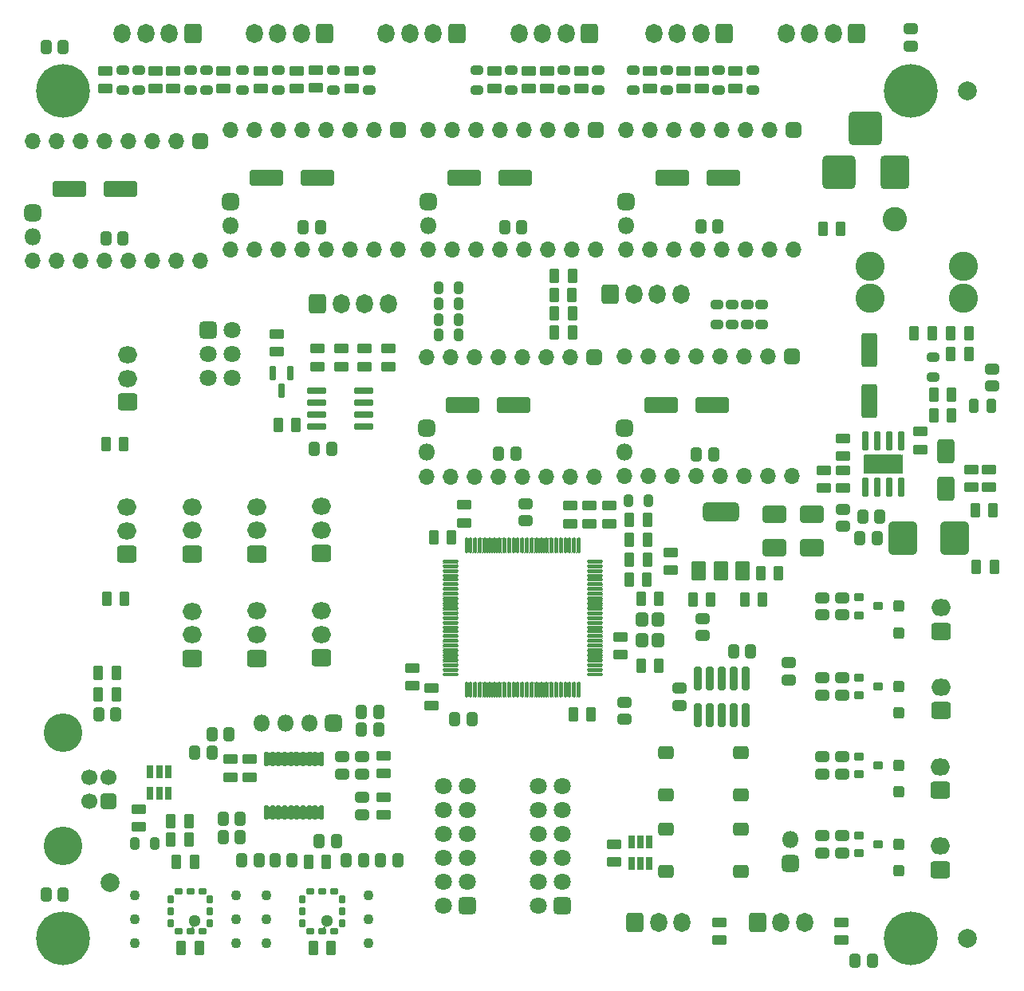
<source format=gbr>
%TF.GenerationSoftware,KiCad,Pcbnew,(6.0.7)*%
%TF.CreationDate,2022-10-06T16:10:22+02:00*%
%TF.ProjectId,mobo,6d6f626f-2e6b-4696-9361-645f70636258,4A*%
%TF.SameCoordinates,Original*%
%TF.FileFunction,Soldermask,Top*%
%TF.FilePolarity,Negative*%
%FSLAX46Y46*%
G04 Gerber Fmt 4.6, Leading zero omitted, Abs format (unit mm)*
G04 Created by KiCad (PCBNEW (6.0.7)) date 2022-10-06 16:10:22*
%MOMM*%
%LPD*%
G01*
G04 APERTURE LIST*
G04 Aperture macros list*
%AMRoundRect*
0 Rectangle with rounded corners*
0 $1 Rounding radius*
0 $2 $3 $4 $5 $6 $7 $8 $9 X,Y pos of 4 corners*
0 Add a 4 corners polygon primitive as box body*
4,1,4,$2,$3,$4,$5,$6,$7,$8,$9,$2,$3,0*
0 Add four circle primitives for the rounded corners*
1,1,$1+$1,$2,$3*
1,1,$1+$1,$4,$5*
1,1,$1+$1,$6,$7*
1,1,$1+$1,$8,$9*
0 Add four rect primitives between the rounded corners*
20,1,$1+$1,$2,$3,$4,$5,0*
20,1,$1+$1,$4,$5,$6,$7,0*
20,1,$1+$1,$6,$7,$8,$9,0*
20,1,$1+$1,$8,$9,$2,$3,0*%
G04 Aperture macros list end*
%ADD10RoundRect,0.270000X0.330000X-0.330000X0.330000X0.330000X-0.330000X0.330000X-0.330000X-0.330000X0*%
%ADD11RoundRect,0.210000X-0.290000X-0.240000X0.290000X-0.240000X0.290000X0.240000X-0.290000X0.240000X0*%
%ADD12RoundRect,0.299999X0.450001X-0.262501X0.450001X0.262501X-0.450001X0.262501X-0.450001X-0.262501X0*%
%ADD13RoundRect,0.450000X-0.400000X0.400000X-0.400000X-0.400000X0.400000X-0.400000X0.400000X0.400000X0*%
%ADD14O,1.700000X1.700000*%
%ADD15RoundRect,0.300000X0.600000X0.725000X-0.600000X0.725000X-0.600000X-0.725000X0.600000X-0.725000X0*%
%ADD16O,1.800000X2.050000*%
%ADD17RoundRect,0.300000X-1.500000X-0.550000X1.500000X-0.550000X1.500000X0.550000X-1.500000X0.550000X0*%
%ADD18RoundRect,0.300000X-0.600000X-0.725000X0.600000X-0.725000X0.600000X0.725000X-0.600000X0.725000X0*%
%ADD19RoundRect,0.299999X-0.262501X-0.450001X0.262501X-0.450001X0.262501X0.450001X-0.262501X0.450001X0*%
%ADD20RoundRect,0.293750X0.243750X0.456250X-0.243750X0.456250X-0.243750X-0.456250X0.243750X-0.456250X0*%
%ADD21RoundRect,0.300000X0.550000X-1.500000X0.550000X1.500000X-0.550000X1.500000X-0.550000X-1.500000X0*%
%ADD22RoundRect,0.300000X0.725000X-0.600000X0.725000X0.600000X-0.725000X0.600000X-0.725000X-0.600000X0*%
%ADD23O,2.050000X1.800000*%
%ADD24RoundRect,0.300000X0.600000X0.600000X-0.600000X0.600000X-0.600000X-0.600000X0.600000X-0.600000X0*%
%ADD25C,1.800000*%
%ADD26RoundRect,0.492500X-1.032500X-1.307500X1.032500X-1.307500X1.032500X1.307500X-1.032500X1.307500X0*%
%ADD27RoundRect,0.200000X0.825000X0.150000X-0.825000X0.150000X-0.825000X-0.150000X0.825000X-0.150000X0*%
%ADD28RoundRect,0.300000X-0.600000X-0.600000X0.600000X-0.600000X0.600000X0.600000X-0.600000X0.600000X0*%
%ADD29RoundRect,0.410000X0.540000X-0.890000X0.540000X0.890000X-0.540000X0.890000X-0.540000X-0.890000X0*%
%ADD30RoundRect,0.300000X0.250000X0.475000X-0.250000X0.475000X-0.250000X-0.475000X0.250000X-0.475000X0*%
%ADD31RoundRect,0.300000X-0.475000X0.250000X-0.475000X-0.250000X0.475000X-0.250000X0.475000X0.250000X0*%
%ADD32RoundRect,0.299999X-0.450001X0.262501X-0.450001X-0.262501X0.450001X-0.262501X0.450001X0.262501X0*%
%ADD33RoundRect,0.300000X0.475000X-0.250000X0.475000X0.250000X-0.475000X0.250000X-0.475000X-0.250000X0*%
%ADD34RoundRect,0.300000X-0.250000X-0.475000X0.250000X-0.475000X0.250000X0.475000X-0.250000X0.475000X0*%
%ADD35RoundRect,0.290000X0.360000X-0.460000X0.360000X0.460000X-0.360000X0.460000X-0.360000X-0.460000X0*%
%ADD36RoundRect,0.300000X0.750000X-0.600000X0.750000X0.600000X-0.750000X0.600000X-0.750000X-0.600000X0*%
%ADD37O,2.100000X1.800000*%
%ADD38RoundRect,0.125000X0.725000X0.075000X-0.725000X0.075000X-0.725000X-0.075000X0.725000X-0.075000X0*%
%ADD39RoundRect,0.125000X0.075000X0.725000X-0.075000X0.725000X-0.075000X-0.725000X0.075000X-0.725000X0*%
%ADD40RoundRect,0.299999X0.262501X0.450001X-0.262501X0.450001X-0.262501X-0.450001X0.262501X-0.450001X0*%
%ADD41RoundRect,0.350000X0.450000X-0.700000X0.450000X0.700000X-0.450000X0.700000X-0.450000X-0.700000X0*%
%ADD42RoundRect,0.550000X1.400000X-0.500000X1.400000X0.500000X-1.400000X0.500000X-1.400000X-0.500000X0*%
%ADD43RoundRect,0.310000X0.515000X0.390000X-0.515000X0.390000X-0.515000X-0.390000X0.515000X-0.390000X0*%
%ADD44RoundRect,0.235000X0.185000X-1.015000X0.185000X1.015000X-0.185000X1.015000X-0.185000X-1.015000X0*%
%ADD45RoundRect,0.310000X-0.515000X-0.390000X0.515000X-0.390000X0.515000X0.390000X-0.515000X0.390000X0*%
%ADD46RoundRect,0.200000X-0.150000X0.825000X-0.150000X-0.825000X0.150000X-0.825000X0.150000X0.825000X0*%
%ADD47RoundRect,0.300000X-0.450000X0.262500X-0.450000X-0.262500X0.450000X-0.262500X0.450000X0.262500X0*%
%ADD48C,2.000000*%
%ADD49RoundRect,0.268750X0.381250X-0.218750X0.381250X0.218750X-0.381250X0.218750X-0.381250X-0.218750X0*%
%ADD50RoundRect,0.268750X0.218750X0.381250X-0.218750X0.381250X-0.218750X-0.381250X0.218750X-0.381250X0*%
%ADD51C,5.700000*%
%ADD52RoundRect,0.300000X0.262500X0.450000X-0.262500X0.450000X-0.262500X-0.450000X0.262500X-0.450000X0*%
%ADD53RoundRect,0.410000X-0.890000X-0.540000X0.890000X-0.540000X0.890000X0.540000X-0.890000X0.540000X0*%
%ADD54RoundRect,0.575000X1.225000X1.225000X-1.225000X1.225000X-1.225000X-1.225000X1.225000X-1.225000X0*%
%ADD55C,2.600000*%
%ADD56RoundRect,0.500000X1.050000X1.300000X-1.050000X1.300000X-1.050000X-1.300000X1.050000X-1.300000X0*%
%ADD57RoundRect,0.150000X0.100000X-0.637500X0.100000X0.637500X-0.100000X0.637500X-0.100000X-0.637500X0*%
%ADD58RoundRect,0.475000X-0.425000X-0.425000X0.425000X-0.425000X0.425000X0.425000X-0.425000X0.425000X0*%
%ADD59O,1.800000X1.800000*%
%ADD60C,1.100000*%
%ADD61RoundRect,0.300000X0.450000X-0.262500X0.450000X0.262500X-0.450000X0.262500X-0.450000X-0.262500X0*%
%ADD62RoundRect,0.268750X-0.381250X0.218750X-0.381250X-0.218750X0.381250X-0.218750X0.381250X0.218750X0*%
%ADD63RoundRect,0.300000X-0.262500X-0.450000X0.262500X-0.450000X0.262500X0.450000X-0.262500X0.450000X0*%
%ADD64RoundRect,0.268750X-0.218750X-0.381250X0.218750X-0.381250X0.218750X0.381250X-0.218750X0.381250X0*%
%ADD65C,3.100000*%
%ADD66RoundRect,0.370000X-0.480000X0.480000X-0.480000X-0.480000X0.480000X-0.480000X0.480000X0.480000X0*%
%ADD67C,1.700000*%
%ADD68C,4.100000*%
%ADD69RoundRect,0.200000X-0.150000X0.512500X-0.150000X-0.512500X0.150000X-0.512500X0.150000X0.512500X0*%
%ADD70C,1.300000*%
%ADD71RoundRect,0.180000X0.195000X-0.220000X0.195000X0.220000X-0.195000X0.220000X-0.195000X-0.220000X0*%
%ADD72RoundRect,0.180000X0.220000X-0.195000X0.220000X0.195000X-0.220000X0.195000X-0.220000X-0.195000X0*%
%ADD73RoundRect,0.200000X-0.150000X0.587500X-0.150000X-0.587500X0.150000X-0.587500X0.150000X0.587500X0*%
%ADD74RoundRect,0.390000X0.510000X0.510000X-0.510000X0.510000X-0.510000X-0.510000X0.510000X-0.510000X0*%
%ADD75RoundRect,0.390000X-0.510000X0.510000X-0.510000X-0.510000X0.510000X-0.510000X0.510000X0.510000X0*%
G04 APERTURE END LIST*
D10*
X152700000Y-133800000D03*
X152700000Y-131000000D03*
D11*
X148500000Y-130050000D03*
X148500000Y-131950000D03*
X150500000Y-131000000D03*
X148500000Y-121650000D03*
X148500000Y-123550000D03*
X150500000Y-122600000D03*
D12*
X146700000Y-131912500D03*
X146700000Y-130087500D03*
D10*
X152700000Y-117000000D03*
X152700000Y-114200000D03*
D11*
X148500000Y-113250000D03*
X148500000Y-115150000D03*
X150500000Y-114200000D03*
X148500000Y-104750000D03*
X148500000Y-106650000D03*
X150500000Y-105700000D03*
D12*
X146700000Y-106612500D03*
X146700000Y-104787500D03*
D13*
X99570000Y-55100000D03*
D14*
X97030000Y-55100000D03*
X94490000Y-55100000D03*
X91950000Y-55100000D03*
X89410000Y-55100000D03*
X86870000Y-55100000D03*
X84330000Y-55100000D03*
X81790000Y-55100000D03*
X81790000Y-67800000D03*
X84330000Y-67800000D03*
X86870000Y-67800000D03*
X89410000Y-67800000D03*
X91950000Y-67800000D03*
X94490000Y-67800000D03*
X97030000Y-67800000D03*
X99570000Y-67800000D03*
D13*
X120560000Y-55100000D03*
D14*
X118020000Y-55100000D03*
X115480000Y-55100000D03*
X112940000Y-55100000D03*
X110400000Y-55100000D03*
X107860000Y-55100000D03*
X105320000Y-55100000D03*
X102780000Y-55100000D03*
X102780000Y-67800000D03*
X105320000Y-67800000D03*
X107860000Y-67800000D03*
X110400000Y-67800000D03*
X112940000Y-67800000D03*
X115480000Y-67800000D03*
X118020000Y-67800000D03*
X120560000Y-67800000D03*
D13*
X78570000Y-56280000D03*
D14*
X76030000Y-56280000D03*
X73490000Y-56280000D03*
X70950000Y-56280000D03*
X68410000Y-56280000D03*
X65870000Y-56280000D03*
X63330000Y-56280000D03*
X60790000Y-56280000D03*
X60790000Y-68980000D03*
X63330000Y-68980000D03*
X65870000Y-68980000D03*
X68410000Y-68980000D03*
X70950000Y-68980000D03*
X73490000Y-68980000D03*
X76030000Y-68980000D03*
X78570000Y-68980000D03*
D13*
X141380000Y-79200000D03*
D14*
X138840000Y-79200000D03*
X136300000Y-79200000D03*
X133760000Y-79200000D03*
X131220000Y-79200000D03*
X128680000Y-79200000D03*
X126140000Y-79200000D03*
X123600000Y-79200000D03*
X123600000Y-91900000D03*
X126140000Y-91900000D03*
X128680000Y-91900000D03*
X131220000Y-91900000D03*
X133760000Y-91900000D03*
X136300000Y-91900000D03*
X138840000Y-91900000D03*
X141380000Y-91900000D03*
D15*
X119900000Y-44906000D03*
D16*
X117400000Y-44906000D03*
X114900000Y-44906000D03*
X112400000Y-44906000D03*
D15*
X77774000Y-44906000D03*
D16*
X75274000Y-44906000D03*
X72774000Y-44906000D03*
X70274000Y-44906000D03*
D17*
X85600000Y-60200000D03*
X91000000Y-60200000D03*
D18*
X122100000Y-72575000D03*
D16*
X124600000Y-72575000D03*
X127100000Y-72575000D03*
X129600000Y-72575000D03*
D19*
X89477500Y-65440000D03*
X91302500Y-65440000D03*
X68527500Y-66620000D03*
X70352500Y-66620000D03*
D17*
X106600000Y-60200000D03*
X112000000Y-60200000D03*
D19*
X110887500Y-65440000D03*
X112712500Y-65440000D03*
D17*
X127500000Y-84300000D03*
X132900000Y-84300000D03*
D19*
X131237500Y-89540000D03*
X133062500Y-89540000D03*
D20*
X162537500Y-84400000D03*
X160662500Y-84400000D03*
D12*
X162600000Y-82312500D03*
X162600000Y-80487500D03*
D15*
X105795000Y-44900000D03*
D16*
X103295000Y-44900000D03*
X100795000Y-44900000D03*
X98295000Y-44900000D03*
D15*
X91800000Y-44900000D03*
D16*
X89300000Y-44900000D03*
X86800000Y-44900000D03*
X84300000Y-44900000D03*
D21*
X149600000Y-83900000D03*
X149600000Y-78500000D03*
D13*
X141560000Y-55100000D03*
D14*
X139020000Y-55100000D03*
X136480000Y-55100000D03*
X133940000Y-55100000D03*
X131400000Y-55100000D03*
X128860000Y-55100000D03*
X126320000Y-55100000D03*
X123780000Y-55100000D03*
X123780000Y-67800000D03*
X126320000Y-67800000D03*
X128860000Y-67800000D03*
X131400000Y-67800000D03*
X133940000Y-67800000D03*
X136480000Y-67800000D03*
X139020000Y-67800000D03*
X141560000Y-67800000D03*
D19*
X131687500Y-65400000D03*
X133512500Y-65400000D03*
X110227500Y-89520000D03*
X112052500Y-89520000D03*
D15*
X148250000Y-44902600D03*
D16*
X145750000Y-44902600D03*
X143250000Y-44902600D03*
X140750000Y-44902600D03*
D13*
X120400000Y-79250000D03*
D14*
X117860000Y-79250000D03*
X115320000Y-79250000D03*
X112780000Y-79250000D03*
X110240000Y-79250000D03*
X107700000Y-79250000D03*
X105160000Y-79250000D03*
X102620000Y-79250000D03*
X102620000Y-91950000D03*
X105160000Y-91950000D03*
X107700000Y-91950000D03*
X110240000Y-91950000D03*
X112780000Y-91950000D03*
X115320000Y-91950000D03*
X117860000Y-91950000D03*
X120400000Y-91950000D03*
D15*
X134200000Y-44900000D03*
D16*
X131700000Y-44900000D03*
X129200000Y-44900000D03*
X126700000Y-44900000D03*
D22*
X84560000Y-100150000D03*
D23*
X84560000Y-97650000D03*
X84560000Y-95150000D03*
D22*
X91420000Y-100100000D03*
D23*
X91420000Y-97600000D03*
X91420000Y-95100000D03*
D22*
X84560000Y-111210000D03*
D23*
X84560000Y-108710000D03*
X84560000Y-106210000D03*
D22*
X77690000Y-111250000D03*
D23*
X77690000Y-108750000D03*
X77690000Y-106250000D03*
D24*
X106900000Y-137510000D03*
D25*
X104360000Y-137510000D03*
X106900000Y-134970000D03*
X104360000Y-134970000D03*
X106900000Y-132430000D03*
X104360000Y-132430000D03*
X106900000Y-129890000D03*
X104360000Y-129890000D03*
X106900000Y-127350000D03*
X104360000Y-127350000D03*
X106900000Y-124810000D03*
X104360000Y-124810000D03*
D24*
X116960000Y-137510000D03*
D25*
X114420000Y-137510000D03*
X116960000Y-134970000D03*
X114420000Y-134970000D03*
X116960000Y-132430000D03*
X114420000Y-132430000D03*
X116960000Y-129890000D03*
X114420000Y-129890000D03*
X116960000Y-127350000D03*
X114420000Y-127350000D03*
X116960000Y-124810000D03*
X114420000Y-124810000D03*
D26*
X153175000Y-98500000D03*
X158625000Y-98500000D03*
D27*
X95875000Y-86605000D03*
X95875000Y-85335000D03*
X95875000Y-84065000D03*
X95875000Y-82795000D03*
X90925000Y-82795000D03*
X90925000Y-84065000D03*
X90925000Y-85335000D03*
X90925000Y-86605000D03*
D28*
X79400000Y-76340000D03*
D25*
X81940000Y-76340000D03*
X79400000Y-78880000D03*
X81940000Y-78880000D03*
X79400000Y-81420000D03*
X81940000Y-81420000D03*
D18*
X137730000Y-139270000D03*
D16*
X140230000Y-139270000D03*
X142730000Y-139270000D03*
D12*
X146700000Y-115112500D03*
X146700000Y-113287500D03*
D18*
X124730000Y-139260000D03*
D16*
X127230000Y-139260000D03*
X129730000Y-139260000D03*
D29*
X157700000Y-93200000D03*
X157700000Y-89200000D03*
D30*
X120050000Y-117200000D03*
X118150000Y-117200000D03*
D31*
X101100000Y-112250000D03*
X101100000Y-114150000D03*
D32*
X95700000Y-121687500D03*
X95700000Y-123512500D03*
D33*
X121980000Y-96900000D03*
X121980000Y-95000000D03*
D30*
X127250000Y-112000000D03*
X125350000Y-112000000D03*
D34*
X125350000Y-104925000D03*
X127250000Y-104925000D03*
D12*
X95700000Y-127812500D03*
X95700000Y-125987500D03*
D35*
X127150000Y-109270000D03*
X127150000Y-107070000D03*
X125450000Y-107070000D03*
X125450000Y-109270000D03*
D12*
X113100000Y-96612500D03*
X113100000Y-94787500D03*
D22*
X91450000Y-111200000D03*
D23*
X91450000Y-108700000D03*
X91450000Y-106200000D03*
D36*
X157140000Y-125260000D03*
D37*
X157140000Y-122760000D03*
D36*
X157170000Y-116790000D03*
D37*
X157170000Y-114290000D03*
D36*
X157220000Y-108360000D03*
D37*
X157220000Y-105860000D03*
D36*
X157150000Y-133680000D03*
D37*
X157150000Y-131180000D03*
D12*
X146700000Y-123512500D03*
X146700000Y-121687500D03*
D10*
X152700000Y-125400000D03*
X152700000Y-122600000D03*
D22*
X77720000Y-100150000D03*
D23*
X77720000Y-97650000D03*
X77720000Y-95150000D03*
D30*
X88711200Y-86478000D03*
X86811200Y-86478000D03*
D22*
X70835000Y-84020000D03*
D23*
X70835000Y-81520000D03*
X70835000Y-79020000D03*
D38*
X120465000Y-112910000D03*
X120465000Y-112410000D03*
X120465000Y-111910000D03*
X120465000Y-111410000D03*
X120465000Y-110910000D03*
X120465000Y-110410000D03*
X120465000Y-109910000D03*
X120465000Y-109410000D03*
X120465000Y-108910000D03*
X120465000Y-108410000D03*
X120465000Y-107910000D03*
X120465000Y-107410000D03*
X120465000Y-106910000D03*
X120465000Y-106410000D03*
X120465000Y-105910000D03*
X120465000Y-105410000D03*
X120465000Y-104910000D03*
X120465000Y-104410000D03*
X120465000Y-103910000D03*
X120465000Y-103410000D03*
X120465000Y-102910000D03*
X120465000Y-102410000D03*
X120465000Y-101910000D03*
X120465000Y-101410000D03*
X120465000Y-100910000D03*
D39*
X118790000Y-99235000D03*
X118290000Y-99235000D03*
X117790000Y-99235000D03*
X117290000Y-99235000D03*
X116790000Y-99235000D03*
X116290000Y-99235000D03*
X115790000Y-99235000D03*
X115290000Y-99235000D03*
X114790000Y-99235000D03*
X114290000Y-99235000D03*
X113790000Y-99235000D03*
X113290000Y-99235000D03*
X112790000Y-99235000D03*
X112290000Y-99235000D03*
X111790000Y-99235000D03*
X111290000Y-99235000D03*
X110790000Y-99235000D03*
X110290000Y-99235000D03*
X109790000Y-99235000D03*
X109290000Y-99235000D03*
X108790000Y-99235000D03*
X108290000Y-99235000D03*
X107790000Y-99235000D03*
X107290000Y-99235000D03*
X106790000Y-99235000D03*
D38*
X105115000Y-100910000D03*
X105115000Y-101410000D03*
X105115000Y-101910000D03*
X105115000Y-102410000D03*
X105115000Y-102910000D03*
X105115000Y-103410000D03*
X105115000Y-103910000D03*
X105115000Y-104410000D03*
X105115000Y-104910000D03*
X105115000Y-105410000D03*
X105115000Y-105910000D03*
X105115000Y-106410000D03*
X105115000Y-106910000D03*
X105115000Y-107410000D03*
X105115000Y-107910000D03*
X105115000Y-108410000D03*
X105115000Y-108910000D03*
X105115000Y-109410000D03*
X105115000Y-109910000D03*
X105115000Y-110410000D03*
X105115000Y-110910000D03*
X105115000Y-111410000D03*
X105115000Y-111910000D03*
X105115000Y-112410000D03*
X105115000Y-112910000D03*
D39*
X106790000Y-114585000D03*
X107290000Y-114585000D03*
X107790000Y-114585000D03*
X108290000Y-114585000D03*
X108790000Y-114585000D03*
X109290000Y-114585000D03*
X109790000Y-114585000D03*
X110290000Y-114585000D03*
X110790000Y-114585000D03*
X111290000Y-114585000D03*
X111790000Y-114585000D03*
X112290000Y-114585000D03*
X112790000Y-114585000D03*
X113290000Y-114585000D03*
X113790000Y-114585000D03*
X114290000Y-114585000D03*
X114790000Y-114585000D03*
X115290000Y-114585000D03*
X115790000Y-114585000D03*
X116290000Y-114585000D03*
X116790000Y-114585000D03*
X117290000Y-114585000D03*
X117790000Y-114585000D03*
X118290000Y-114585000D03*
X118790000Y-114585000D03*
D40*
X92512500Y-89000000D03*
X90687500Y-89000000D03*
D41*
X131500000Y-101950000D03*
D42*
X133800000Y-95650000D03*
D41*
X133800000Y-101950000D03*
X136100000Y-101950000D03*
D22*
X70775000Y-100200000D03*
D23*
X70775000Y-97700000D03*
X70775000Y-95200000D03*
D33*
X119880000Y-96900000D03*
X119880000Y-95000000D03*
X106600000Y-96850000D03*
X106600000Y-94950000D03*
X117800000Y-96900000D03*
X117800000Y-95000000D03*
D31*
X123200000Y-108950000D03*
X123200000Y-110850000D03*
D34*
X124110000Y-98611666D03*
X126010000Y-98611666D03*
D30*
X105240000Y-98370000D03*
X103340000Y-98370000D03*
D34*
X124110000Y-96500000D03*
X126010000Y-96500000D03*
D33*
X103100000Y-116250000D03*
X103100000Y-114350000D03*
X146800000Y-89750000D03*
X146800000Y-87850000D03*
D32*
X123600000Y-115887500D03*
X123600000Y-117712500D03*
D18*
X91000000Y-73582000D03*
D16*
X93500000Y-73582000D03*
X96000000Y-73582000D03*
X98500000Y-73582000D03*
D43*
X128025000Y-125750000D03*
X135975000Y-125750000D03*
X135975000Y-121250000D03*
X128025000Y-121250000D03*
D30*
X158350000Y-85400000D03*
X156450000Y-85400000D03*
D33*
X155000000Y-89050000D03*
X155000000Y-87150000D03*
D44*
X131360000Y-117250000D03*
X131360000Y-113350000D03*
X132630000Y-117250000D03*
X132630000Y-113350000D03*
X133900000Y-117250000D03*
X133900000Y-113350000D03*
X135170000Y-117250000D03*
X135170000Y-113350000D03*
X136440000Y-117250000D03*
X136440000Y-113350000D03*
D34*
X124100000Y-102850000D03*
X126000000Y-102850000D03*
D45*
X128025000Y-129350000D03*
X135975000Y-129350000D03*
X135975000Y-133850000D03*
X128025000Y-133850000D03*
D46*
X153017000Y-88137000D03*
X151747000Y-88137000D03*
X150477000Y-88137000D03*
X149207000Y-88137000D03*
X149207000Y-93087000D03*
X150477000Y-93087000D03*
X151747000Y-93087000D03*
X153017000Y-93087000D03*
D33*
X144800000Y-93150000D03*
X144800000Y-91250000D03*
D30*
X132750000Y-105000000D03*
X130850000Y-105000000D03*
D10*
X152700000Y-108500000D03*
X152700000Y-105700000D03*
D34*
X124110000Y-100720000D03*
X126010000Y-100720000D03*
D12*
X131900000Y-108812500D03*
X131900000Y-106987500D03*
D40*
X150412500Y-98500000D03*
X148587500Y-98500000D03*
D33*
X146800000Y-93150000D03*
X146800000Y-91250000D03*
D47*
X146800000Y-95387500D03*
X146800000Y-97212500D03*
D19*
X148887500Y-96200000D03*
X150712500Y-96200000D03*
D30*
X162850000Y-101500000D03*
X160950000Y-101500000D03*
D31*
X162300000Y-91150000D03*
X162300000Y-93050000D03*
D30*
X162750000Y-95500000D03*
X160850000Y-95500000D03*
D17*
X64660000Y-61400000D03*
X70060000Y-61400000D03*
X106400000Y-84300000D03*
X111800000Y-84300000D03*
X128700000Y-60200000D03*
X134100000Y-60200000D03*
D48*
X160000000Y-51000000D03*
X160000000Y-141000000D03*
X69000000Y-135000000D03*
D49*
X83060000Y-50856500D03*
X83060000Y-48731500D03*
D50*
X105962500Y-73600000D03*
X103837500Y-73600000D03*
D49*
X77500000Y-50862500D03*
X77500000Y-48737500D03*
D30*
X118050000Y-70600000D03*
X116150000Y-70600000D03*
D34*
X138050000Y-102200000D03*
X139950000Y-102200000D03*
X75450000Y-128500000D03*
X77350000Y-128500000D03*
D51*
X64000000Y-141000000D03*
D31*
X98500000Y-78350000D03*
X98500000Y-80250000D03*
D50*
X105962500Y-76900000D03*
X103837500Y-76900000D03*
D52*
X88312500Y-132700000D03*
X86487500Y-132700000D03*
D49*
X111600000Y-50862500D03*
X111600000Y-48737500D03*
X120800000Y-50862500D03*
X120800000Y-48737500D03*
D31*
X93500000Y-78350000D03*
X93500000Y-80250000D03*
D53*
X139500000Y-95900000D03*
X143500000Y-95900000D03*
D34*
X76050000Y-132800000D03*
X77950000Y-132800000D03*
D47*
X144600000Y-121687500D03*
X144600000Y-123512500D03*
D31*
X83800000Y-121950000D03*
X83800000Y-123850000D03*
D54*
X146400000Y-59636000D03*
D55*
X152300000Y-59636000D03*
D56*
X152300000Y-59636000D03*
D54*
X149200000Y-54936000D03*
D55*
X152300000Y-64636000D03*
D57*
X85575000Y-127612500D03*
X86225000Y-127612500D03*
X86875000Y-127612500D03*
X87525000Y-127612500D03*
X88175000Y-127612500D03*
X88825000Y-127612500D03*
X89475000Y-127612500D03*
X90125000Y-127612500D03*
X90775000Y-127612500D03*
X91425000Y-127612500D03*
X91425000Y-121887500D03*
X90775000Y-121887500D03*
X90125000Y-121887500D03*
X89475000Y-121887500D03*
X88825000Y-121887500D03*
X88175000Y-121887500D03*
X87525000Y-121887500D03*
X86875000Y-121887500D03*
X86225000Y-121887500D03*
X85575000Y-121887500D03*
D33*
X122500000Y-132850000D03*
X122500000Y-130950000D03*
X133700000Y-141150000D03*
X133700000Y-139250000D03*
D58*
X123780000Y-62720000D03*
D59*
X123780000Y-65260000D03*
D34*
X156450000Y-83200000D03*
X158350000Y-83200000D03*
D31*
X115400000Y-48850000D03*
X115400000Y-50750000D03*
D34*
X158250000Y-78900000D03*
X160150000Y-78900000D03*
D51*
X154000000Y-51000000D03*
D60*
X71600000Y-136360000D03*
X71600000Y-138900000D03*
X71600000Y-141440000D03*
X82400000Y-141440000D03*
X82400000Y-138900000D03*
X82400000Y-136360000D03*
D49*
X117200000Y-50862500D03*
X117200000Y-48737500D03*
D61*
X129400000Y-116212500D03*
X129400000Y-114387500D03*
D47*
X154000000Y-44387500D03*
X154000000Y-46212500D03*
D52*
X93012500Y-130600000D03*
X91187500Y-130600000D03*
D62*
X156400000Y-79237500D03*
X156400000Y-81362500D03*
D31*
X113400000Y-48850000D03*
X113400000Y-50750000D03*
D30*
X160150000Y-76700000D03*
X158250000Y-76700000D03*
D31*
X126300000Y-48850000D03*
X126300000Y-50750000D03*
D63*
X80987500Y-130200000D03*
X82812500Y-130200000D03*
D33*
X81800000Y-123850000D03*
X81800000Y-121950000D03*
D52*
X99512500Y-132700000D03*
X97687500Y-132700000D03*
X97512500Y-118800000D03*
X95687500Y-118800000D03*
D64*
X71637500Y-130900000D03*
X73762500Y-130900000D03*
D50*
X126162500Y-94500000D03*
X124037500Y-94500000D03*
D58*
X102620000Y-86820000D03*
D59*
X102620000Y-89360000D03*
D31*
X129900000Y-48850000D03*
X129900000Y-50750000D03*
D63*
X80987500Y-128250000D03*
X82812500Y-128250000D03*
D65*
X149700000Y-72975000D03*
X149700000Y-69575000D03*
X159620000Y-69575000D03*
X159620000Y-72975000D03*
D31*
X94600000Y-48844000D03*
X94600000Y-50744000D03*
D58*
X81790000Y-62720000D03*
D59*
X81790000Y-65260000D03*
D63*
X62187500Y-136300000D03*
X64012500Y-136300000D03*
D66*
X68813500Y-126368000D03*
D67*
X68813500Y-123868000D03*
X66813500Y-123868000D03*
X66813500Y-126368000D03*
D68*
X63953500Y-119118000D03*
X63953500Y-131118000D03*
D34*
X75450000Y-130500000D03*
X77350000Y-130500000D03*
D47*
X144600000Y-130087500D03*
X144600000Y-131912500D03*
D34*
X90550000Y-142000000D03*
X92450000Y-142000000D03*
D69*
X126250000Y-130762500D03*
X125300000Y-130762500D03*
X124350000Y-130762500D03*
X124350000Y-133037500D03*
X125300000Y-133037500D03*
X126250000Y-133037500D03*
D31*
X98000000Y-125950000D03*
X98000000Y-127850000D03*
D63*
X79787500Y-119300000D03*
X81612500Y-119300000D03*
D31*
X85000000Y-48850000D03*
X85000000Y-50750000D03*
D49*
X107920000Y-50862500D03*
X107920000Y-48737500D03*
X92660000Y-50856500D03*
X92660000Y-48731500D03*
D52*
X107412500Y-117700000D03*
X105587500Y-117700000D03*
D51*
X154000000Y-141000000D03*
D31*
X109800000Y-48850000D03*
X109800000Y-50750000D03*
D61*
X141000000Y-113512500D03*
X141000000Y-111687500D03*
D49*
X136600000Y-75762500D03*
X136600000Y-73637500D03*
D31*
X73800000Y-48850000D03*
X73800000Y-50750000D03*
X72000000Y-127250000D03*
X72000000Y-129150000D03*
D49*
X124500000Y-50862500D03*
X124500000Y-48737500D03*
D52*
X84812500Y-132700000D03*
X82987500Y-132700000D03*
D31*
X75700000Y-48850000D03*
X75700000Y-50750000D03*
D34*
X67750000Y-115100000D03*
X69650000Y-115100000D03*
D31*
X90800000Y-48750000D03*
X90800000Y-50650000D03*
D70*
X92000000Y-139100000D03*
D71*
X93600000Y-136830000D03*
X93600000Y-138100000D03*
X93600000Y-139370000D03*
D72*
X92770000Y-140200000D03*
X91500000Y-140200000D03*
X90230000Y-140200000D03*
D71*
X89400000Y-139370000D03*
X89400000Y-138100000D03*
X89400000Y-136830000D03*
D72*
X90230000Y-136000000D03*
X91500000Y-136000000D03*
X92770000Y-136000000D03*
D73*
X88150000Y-80962500D03*
X86250000Y-80962500D03*
X87200000Y-82837500D03*
D34*
X144650000Y-65600000D03*
X146550000Y-65600000D03*
D63*
X77987500Y-121200000D03*
X79812500Y-121200000D03*
D49*
X133600000Y-50862500D03*
X133600000Y-48737500D03*
D30*
X118050000Y-76600000D03*
X116150000Y-76600000D03*
D31*
X91000000Y-78350000D03*
X91000000Y-80250000D03*
D69*
X75150000Y-123312500D03*
X74200000Y-123312500D03*
X73250000Y-123312500D03*
X73250000Y-125587500D03*
X74200000Y-125587500D03*
X75150000Y-125587500D03*
D58*
X123600000Y-86820000D03*
D59*
X123600000Y-89360000D03*
D31*
X81000000Y-48850000D03*
X81000000Y-50750000D03*
D49*
X135000000Y-75762500D03*
X135000000Y-73637500D03*
D34*
X67750000Y-112800000D03*
X69650000Y-112800000D03*
D31*
X119000000Y-48850000D03*
X119000000Y-50750000D03*
X135400000Y-48850000D03*
X135400000Y-50750000D03*
D49*
X128100000Y-50862500D03*
X128100000Y-48737500D03*
D63*
X62187500Y-46300000D03*
X64012500Y-46300000D03*
D31*
X68500000Y-48850000D03*
X68500000Y-50750000D03*
D50*
X105962500Y-75300000D03*
X103837500Y-75300000D03*
D74*
X141200000Y-132975000D03*
D59*
X141200000Y-130435000D03*
D34*
X68650000Y-104900000D03*
X70550000Y-104900000D03*
D47*
X144600000Y-104787500D03*
X144600000Y-106612500D03*
D49*
X79200000Y-50862500D03*
X79200000Y-48737500D03*
D34*
X90050000Y-132800000D03*
X91950000Y-132800000D03*
D30*
X118025000Y-72600000D03*
X116125000Y-72600000D03*
D49*
X137200000Y-50862500D03*
X137200000Y-48737500D03*
D31*
X88800000Y-48850000D03*
X88800000Y-50750000D03*
X160400000Y-91150000D03*
X160400000Y-93050000D03*
D49*
X86860000Y-50856500D03*
X86860000Y-48731500D03*
X96460000Y-50856500D03*
X96460000Y-48731500D03*
D60*
X85600000Y-136360000D03*
X85600000Y-138900000D03*
X85600000Y-141440000D03*
X96400000Y-141440000D03*
X96400000Y-138900000D03*
X96400000Y-136360000D03*
D34*
X68550000Y-88500000D03*
X70450000Y-88500000D03*
D31*
X131800000Y-48850000D03*
X131800000Y-50750000D03*
X96000000Y-78350000D03*
X96000000Y-80250000D03*
D61*
X93607000Y-123511000D03*
X93607000Y-121686000D03*
D49*
X138200000Y-75762500D03*
X138200000Y-73637500D03*
D33*
X98000000Y-123450000D03*
X98000000Y-121550000D03*
D58*
X102780000Y-62720000D03*
D59*
X102780000Y-65260000D03*
D49*
X72000000Y-50862500D03*
X72000000Y-48737500D03*
D75*
X92700000Y-118100000D03*
D59*
X90160000Y-118100000D03*
X87620000Y-118100000D03*
X85080000Y-118100000D03*
D58*
X60790000Y-63900000D03*
D59*
X60790000Y-66440000D03*
D70*
X78000000Y-139100000D03*
D71*
X79600000Y-136830000D03*
X79600000Y-138100000D03*
X79600000Y-139370000D03*
D72*
X78770000Y-140200000D03*
X77500000Y-140200000D03*
X76230000Y-140200000D03*
D71*
X75400000Y-139370000D03*
X75400000Y-138100000D03*
X75400000Y-136830000D03*
D72*
X76230000Y-136000000D03*
X77500000Y-136000000D03*
X78770000Y-136000000D03*
D63*
X67787500Y-117200000D03*
X69612500Y-117200000D03*
D34*
X76550000Y-142000000D03*
X78450000Y-142000000D03*
D53*
X139500000Y-99500000D03*
X143500000Y-99500000D03*
D34*
X154350000Y-76700000D03*
X156250000Y-76700000D03*
D31*
X86700000Y-76750000D03*
X86700000Y-78650000D03*
D47*
X144600000Y-113287500D03*
X144600000Y-115112500D03*
D33*
X146600000Y-141150000D03*
X146600000Y-139250000D03*
D49*
X70300000Y-50862500D03*
X70300000Y-48737500D03*
D31*
X128500000Y-99950000D03*
X128500000Y-101850000D03*
D30*
X118050000Y-74600000D03*
X116150000Y-74600000D03*
D50*
X105962500Y-71900000D03*
X103837500Y-71900000D03*
D63*
X148087500Y-143300000D03*
X149912500Y-143300000D03*
D49*
X133400000Y-75762500D03*
X133400000Y-73637500D03*
D51*
X64000000Y-51000000D03*
D52*
X137012500Y-110500000D03*
X135187500Y-110500000D03*
X97512500Y-116900000D03*
X95687500Y-116900000D03*
X95912500Y-132654000D03*
X94087500Y-132654000D03*
D34*
X136350000Y-105000000D03*
X138250000Y-105000000D03*
G36*
X153042121Y-89620002D02*
G01*
X153088614Y-89673658D01*
X153100000Y-89726000D01*
X153100000Y-91474000D01*
X153079998Y-91542121D01*
X153026342Y-91588614D01*
X152974000Y-91600000D01*
X149126000Y-91600000D01*
X149057879Y-91579998D01*
X149011386Y-91526342D01*
X149000000Y-91474000D01*
X149000000Y-89726000D01*
X149020002Y-89657879D01*
X149073658Y-89611386D01*
X149126000Y-89600000D01*
X152974000Y-89600000D01*
X153042121Y-89620002D01*
G37*
G36*
X77652526Y-139643335D02*
G01*
X77761459Y-139702481D01*
X77912060Y-139741990D01*
X78024597Y-139743758D01*
X78026314Y-139744785D01*
X78026282Y-139746785D01*
X78024747Y-139747750D01*
X77986582Y-139751223D01*
X77986136Y-139751213D01*
X77962821Y-139748102D01*
X77902983Y-139759083D01*
X77861258Y-139802897D01*
X77853254Y-139862882D01*
X77864625Y-139884520D01*
X77864546Y-139886518D01*
X77863667Y-139887278D01*
X77862006Y-139888016D01*
X77872867Y-139912468D01*
X77872656Y-139914457D01*
X77870828Y-139915269D01*
X77869376Y-139914391D01*
X77845837Y-139879163D01*
X77788104Y-139840587D01*
X77719801Y-139827000D01*
X77593936Y-139827000D01*
X77592204Y-139826000D01*
X77592204Y-139824000D01*
X77593318Y-139823098D01*
X77651477Y-139804201D01*
X77687041Y-139755252D01*
X77687041Y-139694776D01*
X77649983Y-139646308D01*
X77649726Y-139644324D01*
X77651314Y-139643110D01*
X77652526Y-139643335D01*
G37*
G36*
X91652526Y-139643335D02*
G01*
X91761459Y-139702481D01*
X91912060Y-139741990D01*
X92024597Y-139743758D01*
X92026314Y-139744785D01*
X92026282Y-139746785D01*
X92024747Y-139747750D01*
X91986582Y-139751223D01*
X91986136Y-139751213D01*
X91962821Y-139748102D01*
X91902983Y-139759083D01*
X91861258Y-139802897D01*
X91853254Y-139862882D01*
X91864625Y-139884520D01*
X91864546Y-139886518D01*
X91863667Y-139887278D01*
X91862006Y-139888016D01*
X91872867Y-139912468D01*
X91872656Y-139914457D01*
X91870828Y-139915269D01*
X91869376Y-139914391D01*
X91845837Y-139879163D01*
X91788104Y-139840587D01*
X91719801Y-139827000D01*
X91593936Y-139827000D01*
X91592204Y-139826000D01*
X91592204Y-139824000D01*
X91593318Y-139823098D01*
X91651477Y-139804201D01*
X91687041Y-139755252D01*
X91687041Y-139694776D01*
X91649983Y-139646308D01*
X91649726Y-139644324D01*
X91651314Y-139643110D01*
X91652526Y-139643335D01*
G37*
G36*
X89887232Y-126921637D02*
G01*
X89887400Y-126922912D01*
X89877000Y-126975199D01*
X89877000Y-128249801D01*
X89887400Y-128302088D01*
X89886757Y-128303982D01*
X89884795Y-128304372D01*
X89883775Y-128303589D01*
X89881659Y-128300422D01*
X89833883Y-128262757D01*
X89773428Y-128260382D01*
X89722876Y-128294159D01*
X89718500Y-128300184D01*
X89716225Y-128303589D01*
X89714431Y-128304474D01*
X89712768Y-128303363D01*
X89712600Y-128302088D01*
X89723000Y-128249801D01*
X89723000Y-126975199D01*
X89712600Y-126922912D01*
X89713243Y-126921018D01*
X89715205Y-126920628D01*
X89716225Y-126921411D01*
X89718341Y-126924578D01*
X89766117Y-126962243D01*
X89826572Y-126964618D01*
X89877124Y-126930841D01*
X89881500Y-126924816D01*
X89883775Y-126921411D01*
X89885569Y-126920526D01*
X89887232Y-126921637D01*
G37*
G36*
X91187232Y-126921637D02*
G01*
X91187400Y-126922912D01*
X91177000Y-126975199D01*
X91177000Y-128249801D01*
X91187400Y-128302088D01*
X91186757Y-128303982D01*
X91184795Y-128304372D01*
X91183775Y-128303589D01*
X91181659Y-128300422D01*
X91133883Y-128262757D01*
X91073428Y-128260382D01*
X91022876Y-128294159D01*
X91018500Y-128300184D01*
X91016225Y-128303589D01*
X91014431Y-128304474D01*
X91012768Y-128303363D01*
X91012600Y-128302088D01*
X91023000Y-128249801D01*
X91023000Y-126975199D01*
X91012600Y-126922912D01*
X91013243Y-126921018D01*
X91015205Y-126920628D01*
X91016225Y-126921411D01*
X91018341Y-126924578D01*
X91066117Y-126962243D01*
X91126572Y-126964618D01*
X91177124Y-126930841D01*
X91181500Y-126924816D01*
X91183775Y-126921411D01*
X91185569Y-126920526D01*
X91187232Y-126921637D01*
G37*
G36*
X87937232Y-126921637D02*
G01*
X87937400Y-126922912D01*
X87927000Y-126975199D01*
X87927000Y-128249801D01*
X87937400Y-128302088D01*
X87936757Y-128303982D01*
X87934795Y-128304372D01*
X87933775Y-128303589D01*
X87931659Y-128300422D01*
X87883883Y-128262757D01*
X87823428Y-128260382D01*
X87772876Y-128294159D01*
X87768500Y-128300184D01*
X87766225Y-128303589D01*
X87764431Y-128304474D01*
X87762768Y-128303363D01*
X87762600Y-128302088D01*
X87773000Y-128249801D01*
X87773000Y-126975199D01*
X87762600Y-126922912D01*
X87763243Y-126921018D01*
X87765205Y-126920628D01*
X87766225Y-126921411D01*
X87768341Y-126924578D01*
X87816117Y-126962243D01*
X87876572Y-126964618D01*
X87927124Y-126930841D01*
X87931500Y-126924816D01*
X87933775Y-126921411D01*
X87935569Y-126920526D01*
X87937232Y-126921637D01*
G37*
G36*
X89237232Y-126921637D02*
G01*
X89237400Y-126922912D01*
X89227000Y-126975199D01*
X89227000Y-128249801D01*
X89237400Y-128302088D01*
X89236757Y-128303982D01*
X89234795Y-128304372D01*
X89233775Y-128303589D01*
X89231659Y-128300422D01*
X89183883Y-128262757D01*
X89123428Y-128260382D01*
X89072876Y-128294159D01*
X89068500Y-128300184D01*
X89066225Y-128303589D01*
X89064431Y-128304474D01*
X89062768Y-128303363D01*
X89062600Y-128302088D01*
X89073000Y-128249801D01*
X89073000Y-126975199D01*
X89062600Y-126922912D01*
X89063243Y-126921018D01*
X89065205Y-126920628D01*
X89066225Y-126921411D01*
X89068341Y-126924578D01*
X89116117Y-126962243D01*
X89176572Y-126964618D01*
X89227124Y-126930841D01*
X89231500Y-126924816D01*
X89233775Y-126921411D01*
X89235569Y-126920526D01*
X89237232Y-126921637D01*
G37*
G36*
X87287232Y-126921637D02*
G01*
X87287400Y-126922912D01*
X87277000Y-126975199D01*
X87277000Y-128249801D01*
X87287400Y-128302088D01*
X87286757Y-128303982D01*
X87284795Y-128304372D01*
X87283775Y-128303589D01*
X87281659Y-128300422D01*
X87233883Y-128262757D01*
X87173428Y-128260382D01*
X87122876Y-128294159D01*
X87118500Y-128300184D01*
X87116225Y-128303589D01*
X87114431Y-128304474D01*
X87112768Y-128303363D01*
X87112600Y-128302088D01*
X87123000Y-128249801D01*
X87123000Y-126975199D01*
X87112600Y-126922912D01*
X87113243Y-126921018D01*
X87115205Y-126920628D01*
X87116225Y-126921411D01*
X87118341Y-126924578D01*
X87166117Y-126962243D01*
X87226572Y-126964618D01*
X87277124Y-126930841D01*
X87281500Y-126924816D01*
X87283775Y-126921411D01*
X87285569Y-126920526D01*
X87287232Y-126921637D01*
G37*
G36*
X90537232Y-126921637D02*
G01*
X90537400Y-126922912D01*
X90527000Y-126975199D01*
X90527000Y-128249801D01*
X90537400Y-128302088D01*
X90536757Y-128303982D01*
X90534795Y-128304372D01*
X90533775Y-128303589D01*
X90531659Y-128300422D01*
X90483883Y-128262757D01*
X90423428Y-128260382D01*
X90372876Y-128294159D01*
X90368500Y-128300184D01*
X90366225Y-128303589D01*
X90364431Y-128304474D01*
X90362768Y-128303363D01*
X90362600Y-128302088D01*
X90373000Y-128249801D01*
X90373000Y-126975199D01*
X90362600Y-126922912D01*
X90363243Y-126921018D01*
X90365205Y-126920628D01*
X90366225Y-126921411D01*
X90368341Y-126924578D01*
X90416117Y-126962243D01*
X90476572Y-126964618D01*
X90527124Y-126930841D01*
X90531500Y-126924816D01*
X90533775Y-126921411D01*
X90535569Y-126920526D01*
X90537232Y-126921637D01*
G37*
G36*
X88587232Y-126921637D02*
G01*
X88587400Y-126922912D01*
X88577000Y-126975199D01*
X88577000Y-128249801D01*
X88587400Y-128302088D01*
X88586757Y-128303982D01*
X88584795Y-128304372D01*
X88583775Y-128303589D01*
X88581659Y-128300422D01*
X88533883Y-128262757D01*
X88473428Y-128260382D01*
X88422876Y-128294159D01*
X88418500Y-128300184D01*
X88416225Y-128303589D01*
X88414431Y-128304474D01*
X88412768Y-128303363D01*
X88412600Y-128302088D01*
X88423000Y-128249801D01*
X88423000Y-126975199D01*
X88412600Y-126922912D01*
X88413243Y-126921018D01*
X88415205Y-126920628D01*
X88416225Y-126921411D01*
X88418341Y-126924578D01*
X88466117Y-126962243D01*
X88526572Y-126964618D01*
X88577124Y-126930841D01*
X88581500Y-126924816D01*
X88583775Y-126921411D01*
X88585569Y-126920526D01*
X88587232Y-126921637D01*
G37*
G36*
X85987232Y-126921637D02*
G01*
X85987400Y-126922912D01*
X85977000Y-126975199D01*
X85977000Y-128249801D01*
X85987400Y-128302088D01*
X85986757Y-128303982D01*
X85984795Y-128304372D01*
X85983775Y-128303589D01*
X85981659Y-128300422D01*
X85933883Y-128262757D01*
X85873428Y-128260382D01*
X85822876Y-128294159D01*
X85818500Y-128300184D01*
X85816225Y-128303589D01*
X85814431Y-128304474D01*
X85812768Y-128303363D01*
X85812600Y-128302088D01*
X85823000Y-128249801D01*
X85823000Y-126975199D01*
X85812600Y-126922912D01*
X85813243Y-126921018D01*
X85815205Y-126920628D01*
X85816225Y-126921411D01*
X85818341Y-126924578D01*
X85866117Y-126962243D01*
X85926572Y-126964618D01*
X85977124Y-126930841D01*
X85981500Y-126924816D01*
X85983775Y-126921411D01*
X85985569Y-126920526D01*
X85987232Y-126921637D01*
G37*
G36*
X86637232Y-126921637D02*
G01*
X86637400Y-126922912D01*
X86627000Y-126975199D01*
X86627000Y-128249801D01*
X86637400Y-128302088D01*
X86636757Y-128303982D01*
X86634795Y-128304372D01*
X86633775Y-128303589D01*
X86631659Y-128300422D01*
X86583883Y-128262757D01*
X86523428Y-128260382D01*
X86472876Y-128294159D01*
X86468500Y-128300184D01*
X86466225Y-128303589D01*
X86464431Y-128304474D01*
X86462768Y-128303363D01*
X86462600Y-128302088D01*
X86473000Y-128249801D01*
X86473000Y-126975199D01*
X86462600Y-126922912D01*
X86463243Y-126921018D01*
X86465205Y-126920628D01*
X86466225Y-126921411D01*
X86468341Y-126924578D01*
X86516117Y-126962243D01*
X86576572Y-126964618D01*
X86627124Y-126930841D01*
X86631500Y-126924816D01*
X86633775Y-126921411D01*
X86635569Y-126920526D01*
X86637232Y-126921637D01*
G37*
G36*
X87287232Y-121196637D02*
G01*
X87287400Y-121197912D01*
X87277000Y-121250199D01*
X87277000Y-122524801D01*
X87287400Y-122577088D01*
X87286757Y-122578982D01*
X87284795Y-122579372D01*
X87283775Y-122578589D01*
X87281659Y-122575422D01*
X87233883Y-122537757D01*
X87173428Y-122535382D01*
X87122876Y-122569159D01*
X87118500Y-122575184D01*
X87116225Y-122578589D01*
X87114431Y-122579474D01*
X87112768Y-122578363D01*
X87112600Y-122577088D01*
X87123000Y-122524801D01*
X87123000Y-121250199D01*
X87112600Y-121197912D01*
X87113243Y-121196018D01*
X87115205Y-121195628D01*
X87116225Y-121196411D01*
X87118341Y-121199578D01*
X87166117Y-121237243D01*
X87226572Y-121239618D01*
X87277124Y-121205841D01*
X87281500Y-121199816D01*
X87283775Y-121196411D01*
X87285569Y-121195526D01*
X87287232Y-121196637D01*
G37*
G36*
X89237232Y-121196637D02*
G01*
X89237400Y-121197912D01*
X89227000Y-121250199D01*
X89227000Y-122524801D01*
X89237400Y-122577088D01*
X89236757Y-122578982D01*
X89234795Y-122579372D01*
X89233775Y-122578589D01*
X89231659Y-122575422D01*
X89183883Y-122537757D01*
X89123428Y-122535382D01*
X89072876Y-122569159D01*
X89068500Y-122575184D01*
X89066225Y-122578589D01*
X89064431Y-122579474D01*
X89062768Y-122578363D01*
X89062600Y-122577088D01*
X89073000Y-122524801D01*
X89073000Y-121250199D01*
X89062600Y-121197912D01*
X89063243Y-121196018D01*
X89065205Y-121195628D01*
X89066225Y-121196411D01*
X89068341Y-121199578D01*
X89116117Y-121237243D01*
X89176572Y-121239618D01*
X89227124Y-121205841D01*
X89231500Y-121199816D01*
X89233775Y-121196411D01*
X89235569Y-121195526D01*
X89237232Y-121196637D01*
G37*
G36*
X88587232Y-121196637D02*
G01*
X88587400Y-121197912D01*
X88577000Y-121250199D01*
X88577000Y-122524801D01*
X88587400Y-122577088D01*
X88586757Y-122578982D01*
X88584795Y-122579372D01*
X88583775Y-122578589D01*
X88581659Y-122575422D01*
X88533883Y-122537757D01*
X88473428Y-122535382D01*
X88422876Y-122569159D01*
X88418500Y-122575184D01*
X88416225Y-122578589D01*
X88414431Y-122579474D01*
X88412768Y-122578363D01*
X88412600Y-122577088D01*
X88423000Y-122524801D01*
X88423000Y-121250199D01*
X88412600Y-121197912D01*
X88413243Y-121196018D01*
X88415205Y-121195628D01*
X88416225Y-121196411D01*
X88418341Y-121199578D01*
X88466117Y-121237243D01*
X88526572Y-121239618D01*
X88577124Y-121205841D01*
X88581500Y-121199816D01*
X88583775Y-121196411D01*
X88585569Y-121195526D01*
X88587232Y-121196637D01*
G37*
G36*
X86637232Y-121196637D02*
G01*
X86637400Y-121197912D01*
X86627000Y-121250199D01*
X86627000Y-122524801D01*
X86637400Y-122577088D01*
X86636757Y-122578982D01*
X86634795Y-122579372D01*
X86633775Y-122578589D01*
X86631659Y-122575422D01*
X86583883Y-122537757D01*
X86523428Y-122535382D01*
X86472876Y-122569159D01*
X86468500Y-122575184D01*
X86466225Y-122578589D01*
X86464431Y-122579474D01*
X86462768Y-122578363D01*
X86462600Y-122577088D01*
X86473000Y-122524801D01*
X86473000Y-121250199D01*
X86462600Y-121197912D01*
X86463243Y-121196018D01*
X86465205Y-121195628D01*
X86466225Y-121196411D01*
X86468341Y-121199578D01*
X86516117Y-121237243D01*
X86576572Y-121239618D01*
X86627124Y-121205841D01*
X86631500Y-121199816D01*
X86633775Y-121196411D01*
X86635569Y-121195526D01*
X86637232Y-121196637D01*
G37*
G36*
X90537232Y-121196637D02*
G01*
X90537400Y-121197912D01*
X90527000Y-121250199D01*
X90527000Y-122524801D01*
X90537400Y-122577088D01*
X90536757Y-122578982D01*
X90534795Y-122579372D01*
X90533775Y-122578589D01*
X90531659Y-122575422D01*
X90483883Y-122537757D01*
X90423428Y-122535382D01*
X90372876Y-122569159D01*
X90368500Y-122575184D01*
X90366225Y-122578589D01*
X90364431Y-122579474D01*
X90362768Y-122578363D01*
X90362600Y-122577088D01*
X90373000Y-122524801D01*
X90373000Y-121250199D01*
X90362600Y-121197912D01*
X90363243Y-121196018D01*
X90365205Y-121195628D01*
X90366225Y-121196411D01*
X90368341Y-121199578D01*
X90416117Y-121237243D01*
X90476572Y-121239618D01*
X90527124Y-121205841D01*
X90531500Y-121199816D01*
X90533775Y-121196411D01*
X90535569Y-121195526D01*
X90537232Y-121196637D01*
G37*
G36*
X91187232Y-121196637D02*
G01*
X91187400Y-121197912D01*
X91177000Y-121250199D01*
X91177000Y-122524801D01*
X91187400Y-122577088D01*
X91186757Y-122578982D01*
X91184795Y-122579372D01*
X91183775Y-122578589D01*
X91181659Y-122575422D01*
X91133883Y-122537757D01*
X91073428Y-122535382D01*
X91022876Y-122569159D01*
X91018500Y-122575184D01*
X91016225Y-122578589D01*
X91014431Y-122579474D01*
X91012768Y-122578363D01*
X91012600Y-122577088D01*
X91023000Y-122524801D01*
X91023000Y-121250199D01*
X91012600Y-121197912D01*
X91013243Y-121196018D01*
X91015205Y-121195628D01*
X91016225Y-121196411D01*
X91018341Y-121199578D01*
X91066117Y-121237243D01*
X91126572Y-121239618D01*
X91177124Y-121205841D01*
X91181500Y-121199816D01*
X91183775Y-121196411D01*
X91185569Y-121195526D01*
X91187232Y-121196637D01*
G37*
G36*
X87937232Y-121196637D02*
G01*
X87937400Y-121197912D01*
X87927000Y-121250199D01*
X87927000Y-122524801D01*
X87937400Y-122577088D01*
X87936757Y-122578982D01*
X87934795Y-122579372D01*
X87933775Y-122578589D01*
X87931659Y-122575422D01*
X87883883Y-122537757D01*
X87823428Y-122535382D01*
X87772876Y-122569159D01*
X87768500Y-122575184D01*
X87766225Y-122578589D01*
X87764431Y-122579474D01*
X87762768Y-122578363D01*
X87762600Y-122577088D01*
X87773000Y-122524801D01*
X87773000Y-121250199D01*
X87762600Y-121197912D01*
X87763243Y-121196018D01*
X87765205Y-121195628D01*
X87766225Y-121196411D01*
X87768341Y-121199578D01*
X87816117Y-121237243D01*
X87876572Y-121239618D01*
X87927124Y-121205841D01*
X87931500Y-121199816D01*
X87933775Y-121196411D01*
X87935569Y-121195526D01*
X87937232Y-121196637D01*
G37*
G36*
X89887232Y-121196637D02*
G01*
X89887400Y-121197912D01*
X89877000Y-121250199D01*
X89877000Y-122524801D01*
X89887400Y-122577088D01*
X89886757Y-122578982D01*
X89884795Y-122579372D01*
X89883775Y-122578589D01*
X89881659Y-122575422D01*
X89833883Y-122537757D01*
X89773428Y-122535382D01*
X89722876Y-122569159D01*
X89718500Y-122575184D01*
X89716225Y-122578589D01*
X89714431Y-122579474D01*
X89712768Y-122578363D01*
X89712600Y-122577088D01*
X89723000Y-122524801D01*
X89723000Y-121250199D01*
X89712600Y-121197912D01*
X89713243Y-121196018D01*
X89715205Y-121195628D01*
X89716225Y-121196411D01*
X89718341Y-121199578D01*
X89766117Y-121237243D01*
X89826572Y-121239618D01*
X89877124Y-121205841D01*
X89881500Y-121199816D01*
X89883775Y-121196411D01*
X89885569Y-121195526D01*
X89887232Y-121196637D01*
G37*
G36*
X85987232Y-121196637D02*
G01*
X85987400Y-121197912D01*
X85977000Y-121250199D01*
X85977000Y-122524801D01*
X85987400Y-122577088D01*
X85986757Y-122578982D01*
X85984795Y-122579372D01*
X85983775Y-122578589D01*
X85981659Y-122575422D01*
X85933883Y-122537757D01*
X85873428Y-122535382D01*
X85822876Y-122569159D01*
X85818500Y-122575184D01*
X85816225Y-122578589D01*
X85814431Y-122579474D01*
X85812768Y-122578363D01*
X85812600Y-122577088D01*
X85823000Y-122524801D01*
X85823000Y-121250199D01*
X85812600Y-121197912D01*
X85813243Y-121196018D01*
X85815205Y-121195628D01*
X85816225Y-121196411D01*
X85818341Y-121199578D01*
X85866117Y-121237243D01*
X85926572Y-121239618D01*
X85977124Y-121205841D01*
X85981500Y-121199816D01*
X85983775Y-121196411D01*
X85985569Y-121195526D01*
X85987232Y-121196637D01*
G37*
G36*
X111962976Y-113782537D02*
G01*
X112006118Y-113816547D01*
X112066573Y-113818922D01*
X112113914Y-113787289D01*
X112115910Y-113787158D01*
X112117021Y-113788821D01*
X112116688Y-113790063D01*
X112101400Y-113812944D01*
X112092000Y-113860199D01*
X112092000Y-115309801D01*
X112101400Y-115357056D01*
X112119925Y-115384781D01*
X112120056Y-115386777D01*
X112118393Y-115387888D01*
X112117024Y-115387463D01*
X112073882Y-115353453D01*
X112013427Y-115351078D01*
X111966086Y-115382711D01*
X111964090Y-115382842D01*
X111962979Y-115381179D01*
X111963312Y-115379937D01*
X111978600Y-115357056D01*
X111988000Y-115309801D01*
X111988000Y-113860199D01*
X111978600Y-113812944D01*
X111960075Y-113785219D01*
X111959944Y-113783223D01*
X111961607Y-113782112D01*
X111962976Y-113782537D01*
G37*
G36*
X117962976Y-113782537D02*
G01*
X118006118Y-113816547D01*
X118066573Y-113818922D01*
X118113914Y-113787289D01*
X118115910Y-113787158D01*
X118117021Y-113788821D01*
X118116688Y-113790063D01*
X118101400Y-113812944D01*
X118092000Y-113860199D01*
X118092000Y-115309801D01*
X118101400Y-115357056D01*
X118119925Y-115384781D01*
X118120056Y-115386777D01*
X118118393Y-115387888D01*
X118117024Y-115387463D01*
X118073882Y-115353453D01*
X118013427Y-115351078D01*
X117966086Y-115382711D01*
X117964090Y-115382842D01*
X117962979Y-115381179D01*
X117963312Y-115379937D01*
X117978600Y-115357056D01*
X117988000Y-115309801D01*
X117988000Y-113860199D01*
X117978600Y-113812944D01*
X117960075Y-113785219D01*
X117959944Y-113783223D01*
X117961607Y-113782112D01*
X117962976Y-113782537D01*
G37*
G36*
X116462976Y-113782537D02*
G01*
X116506118Y-113816547D01*
X116566573Y-113818922D01*
X116613914Y-113787289D01*
X116615910Y-113787158D01*
X116617021Y-113788821D01*
X116616688Y-113790063D01*
X116601400Y-113812944D01*
X116592000Y-113860199D01*
X116592000Y-115309801D01*
X116601400Y-115357056D01*
X116619925Y-115384781D01*
X116620056Y-115386777D01*
X116618393Y-115387888D01*
X116617024Y-115387463D01*
X116573882Y-115353453D01*
X116513427Y-115351078D01*
X116466086Y-115382711D01*
X116464090Y-115382842D01*
X116462979Y-115381179D01*
X116463312Y-115379937D01*
X116478600Y-115357056D01*
X116488000Y-115309801D01*
X116488000Y-113860199D01*
X116478600Y-113812944D01*
X116460075Y-113785219D01*
X116459944Y-113783223D01*
X116461607Y-113782112D01*
X116462976Y-113782537D01*
G37*
G36*
X108962976Y-113782537D02*
G01*
X109006118Y-113816547D01*
X109066573Y-113818922D01*
X109113914Y-113787289D01*
X109115910Y-113787158D01*
X109117021Y-113788821D01*
X109116688Y-113790063D01*
X109101400Y-113812944D01*
X109092000Y-113860199D01*
X109092000Y-115309801D01*
X109101400Y-115357056D01*
X109119925Y-115384781D01*
X109120056Y-115386777D01*
X109118393Y-115387888D01*
X109117024Y-115387463D01*
X109073882Y-115353453D01*
X109013427Y-115351078D01*
X108966086Y-115382711D01*
X108964090Y-115382842D01*
X108962979Y-115381179D01*
X108963312Y-115379937D01*
X108978600Y-115357056D01*
X108988000Y-115309801D01*
X108988000Y-113860199D01*
X108978600Y-113812944D01*
X108960075Y-113785219D01*
X108959944Y-113783223D01*
X108961607Y-113782112D01*
X108962976Y-113782537D01*
G37*
G36*
X115462976Y-113782537D02*
G01*
X115506118Y-113816547D01*
X115566573Y-113818922D01*
X115613914Y-113787289D01*
X115615910Y-113787158D01*
X115617021Y-113788821D01*
X115616688Y-113790063D01*
X115601400Y-113812944D01*
X115592000Y-113860199D01*
X115592000Y-115309801D01*
X115601400Y-115357056D01*
X115619925Y-115384781D01*
X115620056Y-115386777D01*
X115618393Y-115387888D01*
X115617024Y-115387463D01*
X115573882Y-115353453D01*
X115513427Y-115351078D01*
X115466086Y-115382711D01*
X115464090Y-115382842D01*
X115462979Y-115381179D01*
X115463312Y-115379937D01*
X115478600Y-115357056D01*
X115488000Y-115309801D01*
X115488000Y-113860199D01*
X115478600Y-113812944D01*
X115460075Y-113785219D01*
X115459944Y-113783223D01*
X115461607Y-113782112D01*
X115462976Y-113782537D01*
G37*
G36*
X107462976Y-113782537D02*
G01*
X107506118Y-113816547D01*
X107566573Y-113818922D01*
X107613914Y-113787289D01*
X107615910Y-113787158D01*
X107617021Y-113788821D01*
X107616688Y-113790063D01*
X107601400Y-113812944D01*
X107592000Y-113860199D01*
X107592000Y-115309801D01*
X107601400Y-115357056D01*
X107619925Y-115384781D01*
X107620056Y-115386777D01*
X107618393Y-115387888D01*
X107617024Y-115387463D01*
X107573882Y-115353453D01*
X107513427Y-115351078D01*
X107466086Y-115382711D01*
X107464090Y-115382842D01*
X107462979Y-115381179D01*
X107463312Y-115379937D01*
X107478600Y-115357056D01*
X107488000Y-115309801D01*
X107488000Y-113860199D01*
X107478600Y-113812944D01*
X107460075Y-113785219D01*
X107459944Y-113783223D01*
X107461607Y-113782112D01*
X107462976Y-113782537D01*
G37*
G36*
X109462976Y-113782537D02*
G01*
X109506118Y-113816547D01*
X109566573Y-113818922D01*
X109613914Y-113787289D01*
X109615910Y-113787158D01*
X109617021Y-113788821D01*
X109616688Y-113790063D01*
X109601400Y-113812944D01*
X109592000Y-113860199D01*
X109592000Y-115309801D01*
X109601400Y-115357056D01*
X109619925Y-115384781D01*
X109620056Y-115386777D01*
X109618393Y-115387888D01*
X109617024Y-115387463D01*
X109573882Y-115353453D01*
X109513427Y-115351078D01*
X109466086Y-115382711D01*
X109464090Y-115382842D01*
X109462979Y-115381179D01*
X109463312Y-115379937D01*
X109478600Y-115357056D01*
X109488000Y-115309801D01*
X109488000Y-113860199D01*
X109478600Y-113812944D01*
X109460075Y-113785219D01*
X109459944Y-113783223D01*
X109461607Y-113782112D01*
X109462976Y-113782537D01*
G37*
G36*
X117462976Y-113782537D02*
G01*
X117506118Y-113816547D01*
X117566573Y-113818922D01*
X117613914Y-113787289D01*
X117615910Y-113787158D01*
X117617021Y-113788821D01*
X117616688Y-113790063D01*
X117601400Y-113812944D01*
X117592000Y-113860199D01*
X117592000Y-115309801D01*
X117601400Y-115357056D01*
X117619925Y-115384781D01*
X117620056Y-115386777D01*
X117618393Y-115387888D01*
X117617024Y-115387463D01*
X117573882Y-115353453D01*
X117513427Y-115351078D01*
X117466086Y-115382711D01*
X117464090Y-115382842D01*
X117462979Y-115381179D01*
X117463312Y-115379937D01*
X117478600Y-115357056D01*
X117488000Y-115309801D01*
X117488000Y-113860199D01*
X117478600Y-113812944D01*
X117460075Y-113785219D01*
X117459944Y-113783223D01*
X117461607Y-113782112D01*
X117462976Y-113782537D01*
G37*
G36*
X115962976Y-113782537D02*
G01*
X116006118Y-113816547D01*
X116066573Y-113818922D01*
X116113914Y-113787289D01*
X116115910Y-113787158D01*
X116117021Y-113788821D01*
X116116688Y-113790063D01*
X116101400Y-113812944D01*
X116092000Y-113860199D01*
X116092000Y-115309801D01*
X116101400Y-115357056D01*
X116119925Y-115384781D01*
X116120056Y-115386777D01*
X116118393Y-115387888D01*
X116117024Y-115387463D01*
X116073882Y-115353453D01*
X116013427Y-115351078D01*
X115966086Y-115382711D01*
X115964090Y-115382842D01*
X115962979Y-115381179D01*
X115963312Y-115379937D01*
X115978600Y-115357056D01*
X115988000Y-115309801D01*
X115988000Y-113860199D01*
X115978600Y-113812944D01*
X115960075Y-113785219D01*
X115959944Y-113783223D01*
X115961607Y-113782112D01*
X115962976Y-113782537D01*
G37*
G36*
X111462976Y-113782537D02*
G01*
X111506118Y-113816547D01*
X111566573Y-113818922D01*
X111613914Y-113787289D01*
X111615910Y-113787158D01*
X111617021Y-113788821D01*
X111616688Y-113790063D01*
X111601400Y-113812944D01*
X111592000Y-113860199D01*
X111592000Y-115309801D01*
X111601400Y-115357056D01*
X111619925Y-115384781D01*
X111620056Y-115386777D01*
X111618393Y-115387888D01*
X111617024Y-115387463D01*
X111573882Y-115353453D01*
X111513427Y-115351078D01*
X111466086Y-115382711D01*
X111464090Y-115382842D01*
X111462979Y-115381179D01*
X111463312Y-115379937D01*
X111478600Y-115357056D01*
X111488000Y-115309801D01*
X111488000Y-113860199D01*
X111478600Y-113812944D01*
X111460075Y-113785219D01*
X111459944Y-113783223D01*
X111461607Y-113782112D01*
X111462976Y-113782537D01*
G37*
G36*
X114462976Y-113782537D02*
G01*
X114506118Y-113816547D01*
X114566573Y-113818922D01*
X114613914Y-113787289D01*
X114615910Y-113787158D01*
X114617021Y-113788821D01*
X114616688Y-113790063D01*
X114601400Y-113812944D01*
X114592000Y-113860199D01*
X114592000Y-115309801D01*
X114601400Y-115357056D01*
X114619925Y-115384781D01*
X114620056Y-115386777D01*
X114618393Y-115387888D01*
X114617024Y-115387463D01*
X114573882Y-115353453D01*
X114513427Y-115351078D01*
X114466086Y-115382711D01*
X114464090Y-115382842D01*
X114462979Y-115381179D01*
X114463312Y-115379937D01*
X114478600Y-115357056D01*
X114488000Y-115309801D01*
X114488000Y-113860199D01*
X114478600Y-113812944D01*
X114460075Y-113785219D01*
X114459944Y-113783223D01*
X114461607Y-113782112D01*
X114462976Y-113782537D01*
G37*
G36*
X110962976Y-113782537D02*
G01*
X111006118Y-113816547D01*
X111066573Y-113818922D01*
X111113914Y-113787289D01*
X111115910Y-113787158D01*
X111117021Y-113788821D01*
X111116688Y-113790063D01*
X111101400Y-113812944D01*
X111092000Y-113860199D01*
X111092000Y-115309801D01*
X111101400Y-115357056D01*
X111119925Y-115384781D01*
X111120056Y-115386777D01*
X111118393Y-115387888D01*
X111117024Y-115387463D01*
X111073882Y-115353453D01*
X111013427Y-115351078D01*
X110966086Y-115382711D01*
X110964090Y-115382842D01*
X110962979Y-115381179D01*
X110963312Y-115379937D01*
X110978600Y-115357056D01*
X110988000Y-115309801D01*
X110988000Y-113860199D01*
X110978600Y-113812944D01*
X110960075Y-113785219D01*
X110959944Y-113783223D01*
X110961607Y-113782112D01*
X110962976Y-113782537D01*
G37*
G36*
X107962976Y-113782537D02*
G01*
X108006118Y-113816547D01*
X108066573Y-113818922D01*
X108113914Y-113787289D01*
X108115910Y-113787158D01*
X108117021Y-113788821D01*
X108116688Y-113790063D01*
X108101400Y-113812944D01*
X108092000Y-113860199D01*
X108092000Y-115309801D01*
X108101400Y-115357056D01*
X108119925Y-115384781D01*
X108120056Y-115386777D01*
X108118393Y-115387888D01*
X108117024Y-115387463D01*
X108073882Y-115353453D01*
X108013427Y-115351078D01*
X107966086Y-115382711D01*
X107964090Y-115382842D01*
X107962979Y-115381179D01*
X107963312Y-115379937D01*
X107978600Y-115357056D01*
X107988000Y-115309801D01*
X107988000Y-113860199D01*
X107978600Y-113812944D01*
X107960075Y-113785219D01*
X107959944Y-113783223D01*
X107961607Y-113782112D01*
X107962976Y-113782537D01*
G37*
G36*
X116962976Y-113782537D02*
G01*
X117006118Y-113816547D01*
X117066573Y-113818922D01*
X117113914Y-113787289D01*
X117115910Y-113787158D01*
X117117021Y-113788821D01*
X117116688Y-113790063D01*
X117101400Y-113812944D01*
X117092000Y-113860199D01*
X117092000Y-115309801D01*
X117101400Y-115357056D01*
X117119925Y-115384781D01*
X117120056Y-115386777D01*
X117118393Y-115387888D01*
X117117024Y-115387463D01*
X117073882Y-115353453D01*
X117013427Y-115351078D01*
X116966086Y-115382711D01*
X116964090Y-115382842D01*
X116962979Y-115381179D01*
X116963312Y-115379937D01*
X116978600Y-115357056D01*
X116988000Y-115309801D01*
X116988000Y-113860199D01*
X116978600Y-113812944D01*
X116960075Y-113785219D01*
X116959944Y-113783223D01*
X116961607Y-113782112D01*
X116962976Y-113782537D01*
G37*
G36*
X110462976Y-113782537D02*
G01*
X110506118Y-113816547D01*
X110566573Y-113818922D01*
X110613914Y-113787289D01*
X110615910Y-113787158D01*
X110617021Y-113788821D01*
X110616688Y-113790063D01*
X110601400Y-113812944D01*
X110592000Y-113860199D01*
X110592000Y-115309801D01*
X110601400Y-115357056D01*
X110619925Y-115384781D01*
X110620056Y-115386777D01*
X110618393Y-115387888D01*
X110617024Y-115387463D01*
X110573882Y-115353453D01*
X110513427Y-115351078D01*
X110466086Y-115382711D01*
X110464090Y-115382842D01*
X110462979Y-115381179D01*
X110463312Y-115379937D01*
X110478600Y-115357056D01*
X110488000Y-115309801D01*
X110488000Y-113860199D01*
X110478600Y-113812944D01*
X110460075Y-113785219D01*
X110459944Y-113783223D01*
X110461607Y-113782112D01*
X110462976Y-113782537D01*
G37*
G36*
X118462976Y-113782537D02*
G01*
X118506118Y-113816547D01*
X118566573Y-113818922D01*
X118613914Y-113787289D01*
X118615910Y-113787158D01*
X118617021Y-113788821D01*
X118616688Y-113790063D01*
X118601400Y-113812944D01*
X118592000Y-113860199D01*
X118592000Y-115309801D01*
X118601400Y-115357056D01*
X118619925Y-115384781D01*
X118620056Y-115386777D01*
X118618393Y-115387888D01*
X118617024Y-115387463D01*
X118573882Y-115353453D01*
X118513427Y-115351078D01*
X118466086Y-115382711D01*
X118464090Y-115382842D01*
X118462979Y-115381179D01*
X118463312Y-115379937D01*
X118478600Y-115357056D01*
X118488000Y-115309801D01*
X118488000Y-113860199D01*
X118478600Y-113812944D01*
X118460075Y-113785219D01*
X118459944Y-113783223D01*
X118461607Y-113782112D01*
X118462976Y-113782537D01*
G37*
G36*
X108462976Y-113782537D02*
G01*
X108506118Y-113816547D01*
X108566573Y-113818922D01*
X108613914Y-113787289D01*
X108615910Y-113787158D01*
X108617021Y-113788821D01*
X108616688Y-113790063D01*
X108601400Y-113812944D01*
X108592000Y-113860199D01*
X108592000Y-115309801D01*
X108601400Y-115357056D01*
X108619925Y-115384781D01*
X108620056Y-115386777D01*
X108618393Y-115387888D01*
X108617024Y-115387463D01*
X108573882Y-115353453D01*
X108513427Y-115351078D01*
X108466086Y-115382711D01*
X108464090Y-115382842D01*
X108462979Y-115381179D01*
X108463312Y-115379937D01*
X108478600Y-115357056D01*
X108488000Y-115309801D01*
X108488000Y-113860199D01*
X108478600Y-113812944D01*
X108460075Y-113785219D01*
X108459944Y-113783223D01*
X108461607Y-113782112D01*
X108462976Y-113782537D01*
G37*
G36*
X112462976Y-113782537D02*
G01*
X112506118Y-113816547D01*
X112566573Y-113818922D01*
X112613914Y-113787289D01*
X112615910Y-113787158D01*
X112617021Y-113788821D01*
X112616688Y-113790063D01*
X112601400Y-113812944D01*
X112592000Y-113860199D01*
X112592000Y-115309801D01*
X112601400Y-115357056D01*
X112619925Y-115384781D01*
X112620056Y-115386777D01*
X112618393Y-115387888D01*
X112617024Y-115387463D01*
X112573882Y-115353453D01*
X112513427Y-115351078D01*
X112466086Y-115382711D01*
X112464090Y-115382842D01*
X112462979Y-115381179D01*
X112463312Y-115379937D01*
X112478600Y-115357056D01*
X112488000Y-115309801D01*
X112488000Y-113860199D01*
X112478600Y-113812944D01*
X112460075Y-113785219D01*
X112459944Y-113783223D01*
X112461607Y-113782112D01*
X112462976Y-113782537D01*
G37*
G36*
X106962976Y-113782537D02*
G01*
X107006118Y-113816547D01*
X107066573Y-113818922D01*
X107113914Y-113787289D01*
X107115910Y-113787158D01*
X107117021Y-113788821D01*
X107116688Y-113790063D01*
X107101400Y-113812944D01*
X107092000Y-113860199D01*
X107092000Y-115309801D01*
X107101400Y-115357056D01*
X107119925Y-115384781D01*
X107120056Y-115386777D01*
X107118393Y-115387888D01*
X107117024Y-115387463D01*
X107073882Y-115353453D01*
X107013427Y-115351078D01*
X106966086Y-115382711D01*
X106964090Y-115382842D01*
X106962979Y-115381179D01*
X106963312Y-115379937D01*
X106978600Y-115357056D01*
X106988000Y-115309801D01*
X106988000Y-113860199D01*
X106978600Y-113812944D01*
X106960075Y-113785219D01*
X106959944Y-113783223D01*
X106961607Y-113782112D01*
X106962976Y-113782537D01*
G37*
G36*
X114962976Y-113782537D02*
G01*
X115006118Y-113816547D01*
X115066573Y-113818922D01*
X115113914Y-113787289D01*
X115115910Y-113787158D01*
X115117021Y-113788821D01*
X115116688Y-113790063D01*
X115101400Y-113812944D01*
X115092000Y-113860199D01*
X115092000Y-115309801D01*
X115101400Y-115357056D01*
X115119925Y-115384781D01*
X115120056Y-115386777D01*
X115118393Y-115387888D01*
X115117024Y-115387463D01*
X115073882Y-115353453D01*
X115013427Y-115351078D01*
X114966086Y-115382711D01*
X114964090Y-115382842D01*
X114962979Y-115381179D01*
X114963312Y-115379937D01*
X114978600Y-115357056D01*
X114988000Y-115309801D01*
X114988000Y-113860199D01*
X114978600Y-113812944D01*
X114960075Y-113785219D01*
X114959944Y-113783223D01*
X114961607Y-113782112D01*
X114962976Y-113782537D01*
G37*
G36*
X112962976Y-113782537D02*
G01*
X113006118Y-113816547D01*
X113066573Y-113818922D01*
X113113914Y-113787289D01*
X113115910Y-113787158D01*
X113117021Y-113788821D01*
X113116688Y-113790063D01*
X113101400Y-113812944D01*
X113092000Y-113860199D01*
X113092000Y-115309801D01*
X113101400Y-115357056D01*
X113119925Y-115384781D01*
X113120056Y-115386777D01*
X113118393Y-115387888D01*
X113117024Y-115387463D01*
X113073882Y-115353453D01*
X113013427Y-115351078D01*
X112966086Y-115382711D01*
X112964090Y-115382842D01*
X112962979Y-115381179D01*
X112963312Y-115379937D01*
X112978600Y-115357056D01*
X112988000Y-115309801D01*
X112988000Y-113860199D01*
X112978600Y-113812944D01*
X112960075Y-113785219D01*
X112959944Y-113783223D01*
X112961607Y-113782112D01*
X112962976Y-113782537D01*
G37*
G36*
X113962976Y-113782537D02*
G01*
X114006118Y-113816547D01*
X114066573Y-113818922D01*
X114113914Y-113787289D01*
X114115910Y-113787158D01*
X114117021Y-113788821D01*
X114116688Y-113790063D01*
X114101400Y-113812944D01*
X114092000Y-113860199D01*
X114092000Y-115309801D01*
X114101400Y-115357056D01*
X114119925Y-115384781D01*
X114120056Y-115386777D01*
X114118393Y-115387888D01*
X114117024Y-115387463D01*
X114073882Y-115353453D01*
X114013427Y-115351078D01*
X113966086Y-115382711D01*
X113964090Y-115382842D01*
X113962979Y-115381179D01*
X113963312Y-115379937D01*
X113978600Y-115357056D01*
X113988000Y-115309801D01*
X113988000Y-113860199D01*
X113978600Y-113812944D01*
X113960075Y-113785219D01*
X113959944Y-113783223D01*
X113961607Y-113782112D01*
X113962976Y-113782537D01*
G37*
G36*
X109962976Y-113782537D02*
G01*
X110006118Y-113816547D01*
X110066573Y-113818922D01*
X110113914Y-113787289D01*
X110115910Y-113787158D01*
X110117021Y-113788821D01*
X110116688Y-113790063D01*
X110101400Y-113812944D01*
X110092000Y-113860199D01*
X110092000Y-115309801D01*
X110101400Y-115357056D01*
X110119925Y-115384781D01*
X110120056Y-115386777D01*
X110118393Y-115387888D01*
X110117024Y-115387463D01*
X110073882Y-115353453D01*
X110013427Y-115351078D01*
X109966086Y-115382711D01*
X109964090Y-115382842D01*
X109962979Y-115381179D01*
X109963312Y-115379937D01*
X109978600Y-115357056D01*
X109988000Y-115309801D01*
X109988000Y-113860199D01*
X109978600Y-113812944D01*
X109960075Y-113785219D01*
X109959944Y-113783223D01*
X109961607Y-113782112D01*
X109962976Y-113782537D01*
G37*
G36*
X113462976Y-113782537D02*
G01*
X113506118Y-113816547D01*
X113566573Y-113818922D01*
X113613914Y-113787289D01*
X113615910Y-113787158D01*
X113617021Y-113788821D01*
X113616688Y-113790063D01*
X113601400Y-113812944D01*
X113592000Y-113860199D01*
X113592000Y-115309801D01*
X113601400Y-115357056D01*
X113619925Y-115384781D01*
X113620056Y-115386777D01*
X113618393Y-115387888D01*
X113617024Y-115387463D01*
X113573882Y-115353453D01*
X113513427Y-115351078D01*
X113466086Y-115382711D01*
X113464090Y-115382842D01*
X113462979Y-115381179D01*
X113463312Y-115379937D01*
X113478600Y-115357056D01*
X113488000Y-115309801D01*
X113488000Y-113860199D01*
X113478600Y-113812944D01*
X113460075Y-113785219D01*
X113459944Y-113783223D01*
X113461607Y-113782112D01*
X113462976Y-113782537D01*
G37*
G36*
X121267888Y-112581607D02*
G01*
X121267463Y-112582976D01*
X121233453Y-112626118D01*
X121231078Y-112686573D01*
X121262711Y-112733914D01*
X121262842Y-112735910D01*
X121261179Y-112737021D01*
X121259937Y-112736688D01*
X121237056Y-112721400D01*
X121189801Y-112712000D01*
X119740199Y-112712000D01*
X119692944Y-112721400D01*
X119665219Y-112739925D01*
X119663223Y-112740056D01*
X119662112Y-112738393D01*
X119662537Y-112737024D01*
X119696547Y-112693882D01*
X119698922Y-112633427D01*
X119667289Y-112586086D01*
X119667158Y-112584090D01*
X119668821Y-112582979D01*
X119670063Y-112583312D01*
X119692944Y-112598600D01*
X119740199Y-112608000D01*
X121189801Y-112608000D01*
X121237056Y-112598600D01*
X121264781Y-112580075D01*
X121266777Y-112579944D01*
X121267888Y-112581607D01*
G37*
G36*
X105917888Y-112581607D02*
G01*
X105917463Y-112582976D01*
X105883453Y-112626118D01*
X105881078Y-112686573D01*
X105912711Y-112733914D01*
X105912842Y-112735910D01*
X105911179Y-112737021D01*
X105909937Y-112736688D01*
X105887056Y-112721400D01*
X105839801Y-112712000D01*
X104390199Y-112712000D01*
X104342944Y-112721400D01*
X104315219Y-112739925D01*
X104313223Y-112740056D01*
X104312112Y-112738393D01*
X104312537Y-112737024D01*
X104346547Y-112693882D01*
X104348922Y-112633427D01*
X104317289Y-112586086D01*
X104317158Y-112584090D01*
X104318821Y-112582979D01*
X104320063Y-112583312D01*
X104342944Y-112598600D01*
X104390199Y-112608000D01*
X105839801Y-112608000D01*
X105887056Y-112598600D01*
X105914781Y-112580075D01*
X105916777Y-112579944D01*
X105917888Y-112581607D01*
G37*
G36*
X121267888Y-112081607D02*
G01*
X121267463Y-112082976D01*
X121233453Y-112126118D01*
X121231078Y-112186573D01*
X121262711Y-112233914D01*
X121262842Y-112235910D01*
X121261179Y-112237021D01*
X121259937Y-112236688D01*
X121237056Y-112221400D01*
X121189801Y-112212000D01*
X119740199Y-112212000D01*
X119692944Y-112221400D01*
X119665219Y-112239925D01*
X119663223Y-112240056D01*
X119662112Y-112238393D01*
X119662537Y-112237024D01*
X119696547Y-112193882D01*
X119698922Y-112133427D01*
X119667289Y-112086086D01*
X119667158Y-112084090D01*
X119668821Y-112082979D01*
X119670063Y-112083312D01*
X119692944Y-112098600D01*
X119740199Y-112108000D01*
X121189801Y-112108000D01*
X121237056Y-112098600D01*
X121264781Y-112080075D01*
X121266777Y-112079944D01*
X121267888Y-112081607D01*
G37*
G36*
X105917888Y-112081607D02*
G01*
X105917463Y-112082976D01*
X105883453Y-112126118D01*
X105881078Y-112186573D01*
X105912711Y-112233914D01*
X105912842Y-112235910D01*
X105911179Y-112237021D01*
X105909937Y-112236688D01*
X105887056Y-112221400D01*
X105839801Y-112212000D01*
X104390199Y-112212000D01*
X104342944Y-112221400D01*
X104315219Y-112239925D01*
X104313223Y-112240056D01*
X104312112Y-112238393D01*
X104312537Y-112237024D01*
X104346547Y-112193882D01*
X104348922Y-112133427D01*
X104317289Y-112086086D01*
X104317158Y-112084090D01*
X104318821Y-112082979D01*
X104320063Y-112083312D01*
X104342944Y-112098600D01*
X104390199Y-112108000D01*
X105839801Y-112108000D01*
X105887056Y-112098600D01*
X105914781Y-112080075D01*
X105916777Y-112079944D01*
X105917888Y-112081607D01*
G37*
G36*
X105917888Y-111581607D02*
G01*
X105917463Y-111582976D01*
X105883453Y-111626118D01*
X105881078Y-111686573D01*
X105912711Y-111733914D01*
X105912842Y-111735910D01*
X105911179Y-111737021D01*
X105909937Y-111736688D01*
X105887056Y-111721400D01*
X105839801Y-111712000D01*
X104390199Y-111712000D01*
X104342944Y-111721400D01*
X104315219Y-111739925D01*
X104313223Y-111740056D01*
X104312112Y-111738393D01*
X104312537Y-111737024D01*
X104346547Y-111693882D01*
X104348922Y-111633427D01*
X104317289Y-111586086D01*
X104317158Y-111584090D01*
X104318821Y-111582979D01*
X104320063Y-111583312D01*
X104342944Y-111598600D01*
X104390199Y-111608000D01*
X105839801Y-111608000D01*
X105887056Y-111598600D01*
X105914781Y-111580075D01*
X105916777Y-111579944D01*
X105917888Y-111581607D01*
G37*
G36*
X121267888Y-111581607D02*
G01*
X121267463Y-111582976D01*
X121233453Y-111626118D01*
X121231078Y-111686573D01*
X121262711Y-111733914D01*
X121262842Y-111735910D01*
X121261179Y-111737021D01*
X121259937Y-111736688D01*
X121237056Y-111721400D01*
X121189801Y-111712000D01*
X119740199Y-111712000D01*
X119692944Y-111721400D01*
X119665219Y-111739925D01*
X119663223Y-111740056D01*
X119662112Y-111738393D01*
X119662537Y-111737024D01*
X119696547Y-111693882D01*
X119698922Y-111633427D01*
X119667289Y-111586086D01*
X119667158Y-111584090D01*
X119668821Y-111582979D01*
X119670063Y-111583312D01*
X119692944Y-111598600D01*
X119740199Y-111608000D01*
X121189801Y-111608000D01*
X121237056Y-111598600D01*
X121264781Y-111580075D01*
X121266777Y-111579944D01*
X121267888Y-111581607D01*
G37*
G36*
X105917888Y-111081607D02*
G01*
X105917463Y-111082976D01*
X105883453Y-111126118D01*
X105881078Y-111186573D01*
X105912711Y-111233914D01*
X105912842Y-111235910D01*
X105911179Y-111237021D01*
X105909937Y-111236688D01*
X105887056Y-111221400D01*
X105839801Y-111212000D01*
X104390199Y-111212000D01*
X104342944Y-111221400D01*
X104315219Y-111239925D01*
X104313223Y-111240056D01*
X104312112Y-111238393D01*
X104312537Y-111237024D01*
X104346547Y-111193882D01*
X104348922Y-111133427D01*
X104317289Y-111086086D01*
X104317158Y-111084090D01*
X104318821Y-111082979D01*
X104320063Y-111083312D01*
X104342944Y-111098600D01*
X104390199Y-111108000D01*
X105839801Y-111108000D01*
X105887056Y-111098600D01*
X105914781Y-111080075D01*
X105916777Y-111079944D01*
X105917888Y-111081607D01*
G37*
G36*
X121267888Y-111081607D02*
G01*
X121267463Y-111082976D01*
X121233453Y-111126118D01*
X121231078Y-111186573D01*
X121262711Y-111233914D01*
X121262842Y-111235910D01*
X121261179Y-111237021D01*
X121259937Y-111236688D01*
X121237056Y-111221400D01*
X121189801Y-111212000D01*
X119740199Y-111212000D01*
X119692944Y-111221400D01*
X119665219Y-111239925D01*
X119663223Y-111240056D01*
X119662112Y-111238393D01*
X119662537Y-111237024D01*
X119696547Y-111193882D01*
X119698922Y-111133427D01*
X119667289Y-111086086D01*
X119667158Y-111084090D01*
X119668821Y-111082979D01*
X119670063Y-111083312D01*
X119692944Y-111098600D01*
X119740199Y-111108000D01*
X121189801Y-111108000D01*
X121237056Y-111098600D01*
X121264781Y-111080075D01*
X121266777Y-111079944D01*
X121267888Y-111081607D01*
G37*
G36*
X105917888Y-110581607D02*
G01*
X105917463Y-110582976D01*
X105883453Y-110626118D01*
X105881078Y-110686573D01*
X105912711Y-110733914D01*
X105912842Y-110735910D01*
X105911179Y-110737021D01*
X105909937Y-110736688D01*
X105887056Y-110721400D01*
X105839801Y-110712000D01*
X104390199Y-110712000D01*
X104342944Y-110721400D01*
X104315219Y-110739925D01*
X104313223Y-110740056D01*
X104312112Y-110738393D01*
X104312537Y-110737024D01*
X104346547Y-110693882D01*
X104348922Y-110633427D01*
X104317289Y-110586086D01*
X104317158Y-110584090D01*
X104318821Y-110582979D01*
X104320063Y-110583312D01*
X104342944Y-110598600D01*
X104390199Y-110608000D01*
X105839801Y-110608000D01*
X105887056Y-110598600D01*
X105914781Y-110580075D01*
X105916777Y-110579944D01*
X105917888Y-110581607D01*
G37*
G36*
X121267888Y-110581607D02*
G01*
X121267463Y-110582976D01*
X121233453Y-110626118D01*
X121231078Y-110686573D01*
X121262711Y-110733914D01*
X121262842Y-110735910D01*
X121261179Y-110737021D01*
X121259937Y-110736688D01*
X121237056Y-110721400D01*
X121189801Y-110712000D01*
X119740199Y-110712000D01*
X119692944Y-110721400D01*
X119665219Y-110739925D01*
X119663223Y-110740056D01*
X119662112Y-110738393D01*
X119662537Y-110737024D01*
X119696547Y-110693882D01*
X119698922Y-110633427D01*
X119667289Y-110586086D01*
X119667158Y-110584090D01*
X119668821Y-110582979D01*
X119670063Y-110583312D01*
X119692944Y-110598600D01*
X119740199Y-110608000D01*
X121189801Y-110608000D01*
X121237056Y-110598600D01*
X121264781Y-110580075D01*
X121266777Y-110579944D01*
X121267888Y-110581607D01*
G37*
G36*
X121267888Y-110081607D02*
G01*
X121267463Y-110082976D01*
X121233453Y-110126118D01*
X121231078Y-110186573D01*
X121262711Y-110233914D01*
X121262842Y-110235910D01*
X121261179Y-110237021D01*
X121259937Y-110236688D01*
X121237056Y-110221400D01*
X121189801Y-110212000D01*
X119740199Y-110212000D01*
X119692944Y-110221400D01*
X119665219Y-110239925D01*
X119663223Y-110240056D01*
X119662112Y-110238393D01*
X119662537Y-110237024D01*
X119696547Y-110193882D01*
X119698922Y-110133427D01*
X119667289Y-110086086D01*
X119667158Y-110084090D01*
X119668821Y-110082979D01*
X119670063Y-110083312D01*
X119692944Y-110098600D01*
X119740199Y-110108000D01*
X121189801Y-110108000D01*
X121237056Y-110098600D01*
X121264781Y-110080075D01*
X121266777Y-110079944D01*
X121267888Y-110081607D01*
G37*
G36*
X105917888Y-110081607D02*
G01*
X105917463Y-110082976D01*
X105883453Y-110126118D01*
X105881078Y-110186573D01*
X105912711Y-110233914D01*
X105912842Y-110235910D01*
X105911179Y-110237021D01*
X105909937Y-110236688D01*
X105887056Y-110221400D01*
X105839801Y-110212000D01*
X104390199Y-110212000D01*
X104342944Y-110221400D01*
X104315219Y-110239925D01*
X104313223Y-110240056D01*
X104312112Y-110238393D01*
X104312537Y-110237024D01*
X104346547Y-110193882D01*
X104348922Y-110133427D01*
X104317289Y-110086086D01*
X104317158Y-110084090D01*
X104318821Y-110082979D01*
X104320063Y-110083312D01*
X104342944Y-110098600D01*
X104390199Y-110108000D01*
X105839801Y-110108000D01*
X105887056Y-110098600D01*
X105914781Y-110080075D01*
X105916777Y-110079944D01*
X105917888Y-110081607D01*
G37*
G36*
X105917888Y-109581607D02*
G01*
X105917463Y-109582976D01*
X105883453Y-109626118D01*
X105881078Y-109686573D01*
X105912711Y-109733914D01*
X105912842Y-109735910D01*
X105911179Y-109737021D01*
X105909937Y-109736688D01*
X105887056Y-109721400D01*
X105839801Y-109712000D01*
X104390199Y-109712000D01*
X104342944Y-109721400D01*
X104315219Y-109739925D01*
X104313223Y-109740056D01*
X104312112Y-109738393D01*
X104312537Y-109737024D01*
X104346547Y-109693882D01*
X104348922Y-109633427D01*
X104317289Y-109586086D01*
X104317158Y-109584090D01*
X104318821Y-109582979D01*
X104320063Y-109583312D01*
X104342944Y-109598600D01*
X104390199Y-109608000D01*
X105839801Y-109608000D01*
X105887056Y-109598600D01*
X105914781Y-109580075D01*
X105916777Y-109579944D01*
X105917888Y-109581607D01*
G37*
G36*
X121267888Y-109581607D02*
G01*
X121267463Y-109582976D01*
X121233453Y-109626118D01*
X121231078Y-109686573D01*
X121262711Y-109733914D01*
X121262842Y-109735910D01*
X121261179Y-109737021D01*
X121259937Y-109736688D01*
X121237056Y-109721400D01*
X121189801Y-109712000D01*
X119740199Y-109712000D01*
X119692944Y-109721400D01*
X119665219Y-109739925D01*
X119663223Y-109740056D01*
X119662112Y-109738393D01*
X119662537Y-109737024D01*
X119696547Y-109693882D01*
X119698922Y-109633427D01*
X119667289Y-109586086D01*
X119667158Y-109584090D01*
X119668821Y-109582979D01*
X119670063Y-109583312D01*
X119692944Y-109598600D01*
X119740199Y-109608000D01*
X121189801Y-109608000D01*
X121237056Y-109598600D01*
X121264781Y-109580075D01*
X121266777Y-109579944D01*
X121267888Y-109581607D01*
G37*
G36*
X105917888Y-109081607D02*
G01*
X105917463Y-109082976D01*
X105883453Y-109126118D01*
X105881078Y-109186573D01*
X105912711Y-109233914D01*
X105912842Y-109235910D01*
X105911179Y-109237021D01*
X105909937Y-109236688D01*
X105887056Y-109221400D01*
X105839801Y-109212000D01*
X104390199Y-109212000D01*
X104342944Y-109221400D01*
X104315219Y-109239925D01*
X104313223Y-109240056D01*
X104312112Y-109238393D01*
X104312537Y-109237024D01*
X104346547Y-109193882D01*
X104348922Y-109133427D01*
X104317289Y-109086086D01*
X104317158Y-109084090D01*
X104318821Y-109082979D01*
X104320063Y-109083312D01*
X104342944Y-109098600D01*
X104390199Y-109108000D01*
X105839801Y-109108000D01*
X105887056Y-109098600D01*
X105914781Y-109080075D01*
X105916777Y-109079944D01*
X105917888Y-109081607D01*
G37*
G36*
X121267888Y-109081607D02*
G01*
X121267463Y-109082976D01*
X121233453Y-109126118D01*
X121231078Y-109186573D01*
X121262711Y-109233914D01*
X121262842Y-109235910D01*
X121261179Y-109237021D01*
X121259937Y-109236688D01*
X121237056Y-109221400D01*
X121189801Y-109212000D01*
X119740199Y-109212000D01*
X119692944Y-109221400D01*
X119665219Y-109239925D01*
X119663223Y-109240056D01*
X119662112Y-109238393D01*
X119662537Y-109237024D01*
X119696547Y-109193882D01*
X119698922Y-109133427D01*
X119667289Y-109086086D01*
X119667158Y-109084090D01*
X119668821Y-109082979D01*
X119670063Y-109083312D01*
X119692944Y-109098600D01*
X119740199Y-109108000D01*
X121189801Y-109108000D01*
X121237056Y-109098600D01*
X121264781Y-109080075D01*
X121266777Y-109079944D01*
X121267888Y-109081607D01*
G37*
G36*
X105917888Y-108581607D02*
G01*
X105917463Y-108582976D01*
X105883453Y-108626118D01*
X105881078Y-108686573D01*
X105912711Y-108733914D01*
X105912842Y-108735910D01*
X105911179Y-108737021D01*
X105909937Y-108736688D01*
X105887056Y-108721400D01*
X105839801Y-108712000D01*
X104390199Y-108712000D01*
X104342944Y-108721400D01*
X104315219Y-108739925D01*
X104313223Y-108740056D01*
X104312112Y-108738393D01*
X104312537Y-108737024D01*
X104346547Y-108693882D01*
X104348922Y-108633427D01*
X104317289Y-108586086D01*
X104317158Y-108584090D01*
X104318821Y-108582979D01*
X104320063Y-108583312D01*
X104342944Y-108598600D01*
X104390199Y-108608000D01*
X105839801Y-108608000D01*
X105887056Y-108598600D01*
X105914781Y-108580075D01*
X105916777Y-108579944D01*
X105917888Y-108581607D01*
G37*
G36*
X121267888Y-108581607D02*
G01*
X121267463Y-108582976D01*
X121233453Y-108626118D01*
X121231078Y-108686573D01*
X121262711Y-108733914D01*
X121262842Y-108735910D01*
X121261179Y-108737021D01*
X121259937Y-108736688D01*
X121237056Y-108721400D01*
X121189801Y-108712000D01*
X119740199Y-108712000D01*
X119692944Y-108721400D01*
X119665219Y-108739925D01*
X119663223Y-108740056D01*
X119662112Y-108738393D01*
X119662537Y-108737024D01*
X119696547Y-108693882D01*
X119698922Y-108633427D01*
X119667289Y-108586086D01*
X119667158Y-108584090D01*
X119668821Y-108582979D01*
X119670063Y-108583312D01*
X119692944Y-108598600D01*
X119740199Y-108608000D01*
X121189801Y-108608000D01*
X121237056Y-108598600D01*
X121264781Y-108580075D01*
X121266777Y-108579944D01*
X121267888Y-108581607D01*
G37*
G36*
X105917888Y-108081607D02*
G01*
X105917463Y-108082976D01*
X105883453Y-108126118D01*
X105881078Y-108186573D01*
X105912711Y-108233914D01*
X105912842Y-108235910D01*
X105911179Y-108237021D01*
X105909937Y-108236688D01*
X105887056Y-108221400D01*
X105839801Y-108212000D01*
X104390199Y-108212000D01*
X104342944Y-108221400D01*
X104315219Y-108239925D01*
X104313223Y-108240056D01*
X104312112Y-108238393D01*
X104312537Y-108237024D01*
X104346547Y-108193882D01*
X104348922Y-108133427D01*
X104317289Y-108086086D01*
X104317158Y-108084090D01*
X104318821Y-108082979D01*
X104320063Y-108083312D01*
X104342944Y-108098600D01*
X104390199Y-108108000D01*
X105839801Y-108108000D01*
X105887056Y-108098600D01*
X105914781Y-108080075D01*
X105916777Y-108079944D01*
X105917888Y-108081607D01*
G37*
G36*
X121267888Y-108081607D02*
G01*
X121267463Y-108082976D01*
X121233453Y-108126118D01*
X121231078Y-108186573D01*
X121262711Y-108233914D01*
X121262842Y-108235910D01*
X121261179Y-108237021D01*
X121259937Y-108236688D01*
X121237056Y-108221400D01*
X121189801Y-108212000D01*
X119740199Y-108212000D01*
X119692944Y-108221400D01*
X119665219Y-108239925D01*
X119663223Y-108240056D01*
X119662112Y-108238393D01*
X119662537Y-108237024D01*
X119696547Y-108193882D01*
X119698922Y-108133427D01*
X119667289Y-108086086D01*
X119667158Y-108084090D01*
X119668821Y-108082979D01*
X119670063Y-108083312D01*
X119692944Y-108098600D01*
X119740199Y-108108000D01*
X121189801Y-108108000D01*
X121237056Y-108098600D01*
X121264781Y-108080075D01*
X121266777Y-108079944D01*
X121267888Y-108081607D01*
G37*
G36*
X105917888Y-107581607D02*
G01*
X105917463Y-107582976D01*
X105883453Y-107626118D01*
X105881078Y-107686573D01*
X105912711Y-107733914D01*
X105912842Y-107735910D01*
X105911179Y-107737021D01*
X105909937Y-107736688D01*
X105887056Y-107721400D01*
X105839801Y-107712000D01*
X104390199Y-107712000D01*
X104342944Y-107721400D01*
X104315219Y-107739925D01*
X104313223Y-107740056D01*
X104312112Y-107738393D01*
X104312537Y-107737024D01*
X104346547Y-107693882D01*
X104348922Y-107633427D01*
X104317289Y-107586086D01*
X104317158Y-107584090D01*
X104318821Y-107582979D01*
X104320063Y-107583312D01*
X104342944Y-107598600D01*
X104390199Y-107608000D01*
X105839801Y-107608000D01*
X105887056Y-107598600D01*
X105914781Y-107580075D01*
X105916777Y-107579944D01*
X105917888Y-107581607D01*
G37*
G36*
X121267888Y-107581607D02*
G01*
X121267463Y-107582976D01*
X121233453Y-107626118D01*
X121231078Y-107686573D01*
X121262711Y-107733914D01*
X121262842Y-107735910D01*
X121261179Y-107737021D01*
X121259937Y-107736688D01*
X121237056Y-107721400D01*
X121189801Y-107712000D01*
X119740199Y-107712000D01*
X119692944Y-107721400D01*
X119665219Y-107739925D01*
X119663223Y-107740056D01*
X119662112Y-107738393D01*
X119662537Y-107737024D01*
X119696547Y-107693882D01*
X119698922Y-107633427D01*
X119667289Y-107586086D01*
X119667158Y-107584090D01*
X119668821Y-107582979D01*
X119670063Y-107583312D01*
X119692944Y-107598600D01*
X119740199Y-107608000D01*
X121189801Y-107608000D01*
X121237056Y-107598600D01*
X121264781Y-107580075D01*
X121266777Y-107579944D01*
X121267888Y-107581607D01*
G37*
G36*
X105917888Y-107081607D02*
G01*
X105917463Y-107082976D01*
X105883453Y-107126118D01*
X105881078Y-107186573D01*
X105912711Y-107233914D01*
X105912842Y-107235910D01*
X105911179Y-107237021D01*
X105909937Y-107236688D01*
X105887056Y-107221400D01*
X105839801Y-107212000D01*
X104390199Y-107212000D01*
X104342944Y-107221400D01*
X104315219Y-107239925D01*
X104313223Y-107240056D01*
X104312112Y-107238393D01*
X104312537Y-107237024D01*
X104346547Y-107193882D01*
X104348922Y-107133427D01*
X104317289Y-107086086D01*
X104317158Y-107084090D01*
X104318821Y-107082979D01*
X104320063Y-107083312D01*
X104342944Y-107098600D01*
X104390199Y-107108000D01*
X105839801Y-107108000D01*
X105887056Y-107098600D01*
X105914781Y-107080075D01*
X105916777Y-107079944D01*
X105917888Y-107081607D01*
G37*
G36*
X121267888Y-107081607D02*
G01*
X121267463Y-107082976D01*
X121233453Y-107126118D01*
X121231078Y-107186573D01*
X121262711Y-107233914D01*
X121262842Y-107235910D01*
X121261179Y-107237021D01*
X121259937Y-107236688D01*
X121237056Y-107221400D01*
X121189801Y-107212000D01*
X119740199Y-107212000D01*
X119692944Y-107221400D01*
X119665219Y-107239925D01*
X119663223Y-107240056D01*
X119662112Y-107238393D01*
X119662537Y-107237024D01*
X119696547Y-107193882D01*
X119698922Y-107133427D01*
X119667289Y-107086086D01*
X119667158Y-107084090D01*
X119668821Y-107082979D01*
X119670063Y-107083312D01*
X119692944Y-107098600D01*
X119740199Y-107108000D01*
X121189801Y-107108000D01*
X121237056Y-107098600D01*
X121264781Y-107080075D01*
X121266777Y-107079944D01*
X121267888Y-107081607D01*
G37*
G36*
X105917888Y-106581607D02*
G01*
X105917463Y-106582976D01*
X105883453Y-106626118D01*
X105881078Y-106686573D01*
X105912711Y-106733914D01*
X105912842Y-106735910D01*
X105911179Y-106737021D01*
X105909937Y-106736688D01*
X105887056Y-106721400D01*
X105839801Y-106712000D01*
X104390199Y-106712000D01*
X104342944Y-106721400D01*
X104315219Y-106739925D01*
X104313223Y-106740056D01*
X104312112Y-106738393D01*
X104312537Y-106737024D01*
X104346547Y-106693882D01*
X104348922Y-106633427D01*
X104317289Y-106586086D01*
X104317158Y-106584090D01*
X104318821Y-106582979D01*
X104320063Y-106583312D01*
X104342944Y-106598600D01*
X104390199Y-106608000D01*
X105839801Y-106608000D01*
X105887056Y-106598600D01*
X105914781Y-106580075D01*
X105916777Y-106579944D01*
X105917888Y-106581607D01*
G37*
G36*
X121267888Y-106581607D02*
G01*
X121267463Y-106582976D01*
X121233453Y-106626118D01*
X121231078Y-106686573D01*
X121262711Y-106733914D01*
X121262842Y-106735910D01*
X121261179Y-106737021D01*
X121259937Y-106736688D01*
X121237056Y-106721400D01*
X121189801Y-106712000D01*
X119740199Y-106712000D01*
X119692944Y-106721400D01*
X119665219Y-106739925D01*
X119663223Y-106740056D01*
X119662112Y-106738393D01*
X119662537Y-106737024D01*
X119696547Y-106693882D01*
X119698922Y-106633427D01*
X119667289Y-106586086D01*
X119667158Y-106584090D01*
X119668821Y-106582979D01*
X119670063Y-106583312D01*
X119692944Y-106598600D01*
X119740199Y-106608000D01*
X121189801Y-106608000D01*
X121237056Y-106598600D01*
X121264781Y-106580075D01*
X121266777Y-106579944D01*
X121267888Y-106581607D01*
G37*
G36*
X105917888Y-106081607D02*
G01*
X105917463Y-106082976D01*
X105883453Y-106126118D01*
X105881078Y-106186573D01*
X105912711Y-106233914D01*
X105912842Y-106235910D01*
X105911179Y-106237021D01*
X105909937Y-106236688D01*
X105887056Y-106221400D01*
X105839801Y-106212000D01*
X104390199Y-106212000D01*
X104342944Y-106221400D01*
X104315219Y-106239925D01*
X104313223Y-106240056D01*
X104312112Y-106238393D01*
X104312537Y-106237024D01*
X104346547Y-106193882D01*
X104348922Y-106133427D01*
X104317289Y-106086086D01*
X104317158Y-106084090D01*
X104318821Y-106082979D01*
X104320063Y-106083312D01*
X104342944Y-106098600D01*
X104390199Y-106108000D01*
X105839801Y-106108000D01*
X105887056Y-106098600D01*
X105914781Y-106080075D01*
X105916777Y-106079944D01*
X105917888Y-106081607D01*
G37*
G36*
X121267888Y-106081607D02*
G01*
X121267463Y-106082976D01*
X121233453Y-106126118D01*
X121231078Y-106186573D01*
X121262711Y-106233914D01*
X121262842Y-106235910D01*
X121261179Y-106237021D01*
X121259937Y-106236688D01*
X121237056Y-106221400D01*
X121189801Y-106212000D01*
X119740199Y-106212000D01*
X119692944Y-106221400D01*
X119665219Y-106239925D01*
X119663223Y-106240056D01*
X119662112Y-106238393D01*
X119662537Y-106237024D01*
X119696547Y-106193882D01*
X119698922Y-106133427D01*
X119667289Y-106086086D01*
X119667158Y-106084090D01*
X119668821Y-106082979D01*
X119670063Y-106083312D01*
X119692944Y-106098600D01*
X119740199Y-106108000D01*
X121189801Y-106108000D01*
X121237056Y-106098600D01*
X121264781Y-106080075D01*
X121266777Y-106079944D01*
X121267888Y-106081607D01*
G37*
G36*
X105917888Y-105581607D02*
G01*
X105917463Y-105582976D01*
X105883453Y-105626118D01*
X105881078Y-105686573D01*
X105912711Y-105733914D01*
X105912842Y-105735910D01*
X105911179Y-105737021D01*
X105909937Y-105736688D01*
X105887056Y-105721400D01*
X105839801Y-105712000D01*
X104390199Y-105712000D01*
X104342944Y-105721400D01*
X104315219Y-105739925D01*
X104313223Y-105740056D01*
X104312112Y-105738393D01*
X104312537Y-105737024D01*
X104346547Y-105693882D01*
X104348922Y-105633427D01*
X104317289Y-105586086D01*
X104317158Y-105584090D01*
X104318821Y-105582979D01*
X104320063Y-105583312D01*
X104342944Y-105598600D01*
X104390199Y-105608000D01*
X105839801Y-105608000D01*
X105887056Y-105598600D01*
X105914781Y-105580075D01*
X105916777Y-105579944D01*
X105917888Y-105581607D01*
G37*
G36*
X121267888Y-105581607D02*
G01*
X121267463Y-105582976D01*
X121233453Y-105626118D01*
X121231078Y-105686573D01*
X121262711Y-105733914D01*
X121262842Y-105735910D01*
X121261179Y-105737021D01*
X121259937Y-105736688D01*
X121237056Y-105721400D01*
X121189801Y-105712000D01*
X119740199Y-105712000D01*
X119692944Y-105721400D01*
X119665219Y-105739925D01*
X119663223Y-105740056D01*
X119662112Y-105738393D01*
X119662537Y-105737024D01*
X119696547Y-105693882D01*
X119698922Y-105633427D01*
X119667289Y-105586086D01*
X119667158Y-105584090D01*
X119668821Y-105582979D01*
X119670063Y-105583312D01*
X119692944Y-105598600D01*
X119740199Y-105608000D01*
X121189801Y-105608000D01*
X121237056Y-105598600D01*
X121264781Y-105580075D01*
X121266777Y-105579944D01*
X121267888Y-105581607D01*
G37*
G36*
X121267888Y-105081607D02*
G01*
X121267463Y-105082976D01*
X121233453Y-105126118D01*
X121231078Y-105186573D01*
X121262711Y-105233914D01*
X121262842Y-105235910D01*
X121261179Y-105237021D01*
X121259937Y-105236688D01*
X121237056Y-105221400D01*
X121189801Y-105212000D01*
X119740199Y-105212000D01*
X119692944Y-105221400D01*
X119665219Y-105239925D01*
X119663223Y-105240056D01*
X119662112Y-105238393D01*
X119662537Y-105237024D01*
X119696547Y-105193882D01*
X119698922Y-105133427D01*
X119667289Y-105086086D01*
X119667158Y-105084090D01*
X119668821Y-105082979D01*
X119670063Y-105083312D01*
X119692944Y-105098600D01*
X119740199Y-105108000D01*
X121189801Y-105108000D01*
X121237056Y-105098600D01*
X121264781Y-105080075D01*
X121266777Y-105079944D01*
X121267888Y-105081607D01*
G37*
G36*
X105917888Y-105081607D02*
G01*
X105917463Y-105082976D01*
X105883453Y-105126118D01*
X105881078Y-105186573D01*
X105912711Y-105233914D01*
X105912842Y-105235910D01*
X105911179Y-105237021D01*
X105909937Y-105236688D01*
X105887056Y-105221400D01*
X105839801Y-105212000D01*
X104390199Y-105212000D01*
X104342944Y-105221400D01*
X104315219Y-105239925D01*
X104313223Y-105240056D01*
X104312112Y-105238393D01*
X104312537Y-105237024D01*
X104346547Y-105193882D01*
X104348922Y-105133427D01*
X104317289Y-105086086D01*
X104317158Y-105084090D01*
X104318821Y-105082979D01*
X104320063Y-105083312D01*
X104342944Y-105098600D01*
X104390199Y-105108000D01*
X105839801Y-105108000D01*
X105887056Y-105098600D01*
X105914781Y-105080075D01*
X105916777Y-105079944D01*
X105917888Y-105081607D01*
G37*
G36*
X105917888Y-104581607D02*
G01*
X105917463Y-104582976D01*
X105883453Y-104626118D01*
X105881078Y-104686573D01*
X105912711Y-104733914D01*
X105912842Y-104735910D01*
X105911179Y-104737021D01*
X105909937Y-104736688D01*
X105887056Y-104721400D01*
X105839801Y-104712000D01*
X104390199Y-104712000D01*
X104342944Y-104721400D01*
X104315219Y-104739925D01*
X104313223Y-104740056D01*
X104312112Y-104738393D01*
X104312537Y-104737024D01*
X104346547Y-104693882D01*
X104348922Y-104633427D01*
X104317289Y-104586086D01*
X104317158Y-104584090D01*
X104318821Y-104582979D01*
X104320063Y-104583312D01*
X104342944Y-104598600D01*
X104390199Y-104608000D01*
X105839801Y-104608000D01*
X105887056Y-104598600D01*
X105914781Y-104580075D01*
X105916777Y-104579944D01*
X105917888Y-104581607D01*
G37*
G36*
X121267888Y-104581607D02*
G01*
X121267463Y-104582976D01*
X121233453Y-104626118D01*
X121231078Y-104686573D01*
X121262711Y-104733914D01*
X121262842Y-104735910D01*
X121261179Y-104737021D01*
X121259937Y-104736688D01*
X121237056Y-104721400D01*
X121189801Y-104712000D01*
X119740199Y-104712000D01*
X119692944Y-104721400D01*
X119665219Y-104739925D01*
X119663223Y-104740056D01*
X119662112Y-104738393D01*
X119662537Y-104737024D01*
X119696547Y-104693882D01*
X119698922Y-104633427D01*
X119667289Y-104586086D01*
X119667158Y-104584090D01*
X119668821Y-104582979D01*
X119670063Y-104583312D01*
X119692944Y-104598600D01*
X119740199Y-104608000D01*
X121189801Y-104608000D01*
X121237056Y-104598600D01*
X121264781Y-104580075D01*
X121266777Y-104579944D01*
X121267888Y-104581607D01*
G37*
G36*
X105917888Y-104081607D02*
G01*
X105917463Y-104082976D01*
X105883453Y-104126118D01*
X105881078Y-104186573D01*
X105912711Y-104233914D01*
X105912842Y-104235910D01*
X105911179Y-104237021D01*
X105909937Y-104236688D01*
X105887056Y-104221400D01*
X105839801Y-104212000D01*
X104390199Y-104212000D01*
X104342944Y-104221400D01*
X104315219Y-104239925D01*
X104313223Y-104240056D01*
X104312112Y-104238393D01*
X104312537Y-104237024D01*
X104346547Y-104193882D01*
X104348922Y-104133427D01*
X104317289Y-104086086D01*
X104317158Y-104084090D01*
X104318821Y-104082979D01*
X104320063Y-104083312D01*
X104342944Y-104098600D01*
X104390199Y-104108000D01*
X105839801Y-104108000D01*
X105887056Y-104098600D01*
X105914781Y-104080075D01*
X105916777Y-104079944D01*
X105917888Y-104081607D01*
G37*
G36*
X121267888Y-104081607D02*
G01*
X121267463Y-104082976D01*
X121233453Y-104126118D01*
X121231078Y-104186573D01*
X121262711Y-104233914D01*
X121262842Y-104235910D01*
X121261179Y-104237021D01*
X121259937Y-104236688D01*
X121237056Y-104221400D01*
X121189801Y-104212000D01*
X119740199Y-104212000D01*
X119692944Y-104221400D01*
X119665219Y-104239925D01*
X119663223Y-104240056D01*
X119662112Y-104238393D01*
X119662537Y-104237024D01*
X119696547Y-104193882D01*
X119698922Y-104133427D01*
X119667289Y-104086086D01*
X119667158Y-104084090D01*
X119668821Y-104082979D01*
X119670063Y-104083312D01*
X119692944Y-104098600D01*
X119740199Y-104108000D01*
X121189801Y-104108000D01*
X121237056Y-104098600D01*
X121264781Y-104080075D01*
X121266777Y-104079944D01*
X121267888Y-104081607D01*
G37*
G36*
X105917888Y-103581607D02*
G01*
X105917463Y-103582976D01*
X105883453Y-103626118D01*
X105881078Y-103686573D01*
X105912711Y-103733914D01*
X105912842Y-103735910D01*
X105911179Y-103737021D01*
X105909937Y-103736688D01*
X105887056Y-103721400D01*
X105839801Y-103712000D01*
X104390199Y-103712000D01*
X104342944Y-103721400D01*
X104315219Y-103739925D01*
X104313223Y-103740056D01*
X104312112Y-103738393D01*
X104312537Y-103737024D01*
X104346547Y-103693882D01*
X104348922Y-103633427D01*
X104317289Y-103586086D01*
X104317158Y-103584090D01*
X104318821Y-103582979D01*
X104320063Y-103583312D01*
X104342944Y-103598600D01*
X104390199Y-103608000D01*
X105839801Y-103608000D01*
X105887056Y-103598600D01*
X105914781Y-103580075D01*
X105916777Y-103579944D01*
X105917888Y-103581607D01*
G37*
G36*
X121267888Y-103581607D02*
G01*
X121267463Y-103582976D01*
X121233453Y-103626118D01*
X121231078Y-103686573D01*
X121262711Y-103733914D01*
X121262842Y-103735910D01*
X121261179Y-103737021D01*
X121259937Y-103736688D01*
X121237056Y-103721400D01*
X121189801Y-103712000D01*
X119740199Y-103712000D01*
X119692944Y-103721400D01*
X119665219Y-103739925D01*
X119663223Y-103740056D01*
X119662112Y-103738393D01*
X119662537Y-103737024D01*
X119696547Y-103693882D01*
X119698922Y-103633427D01*
X119667289Y-103586086D01*
X119667158Y-103584090D01*
X119668821Y-103582979D01*
X119670063Y-103583312D01*
X119692944Y-103598600D01*
X119740199Y-103608000D01*
X121189801Y-103608000D01*
X121237056Y-103598600D01*
X121264781Y-103580075D01*
X121266777Y-103579944D01*
X121267888Y-103581607D01*
G37*
G36*
X121267888Y-103081607D02*
G01*
X121267463Y-103082976D01*
X121233453Y-103126118D01*
X121231078Y-103186573D01*
X121262711Y-103233914D01*
X121262842Y-103235910D01*
X121261179Y-103237021D01*
X121259937Y-103236688D01*
X121237056Y-103221400D01*
X121189801Y-103212000D01*
X119740199Y-103212000D01*
X119692944Y-103221400D01*
X119665219Y-103239925D01*
X119663223Y-103240056D01*
X119662112Y-103238393D01*
X119662537Y-103237024D01*
X119696547Y-103193882D01*
X119698922Y-103133427D01*
X119667289Y-103086086D01*
X119667158Y-103084090D01*
X119668821Y-103082979D01*
X119670063Y-103083312D01*
X119692944Y-103098600D01*
X119740199Y-103108000D01*
X121189801Y-103108000D01*
X121237056Y-103098600D01*
X121264781Y-103080075D01*
X121266777Y-103079944D01*
X121267888Y-103081607D01*
G37*
G36*
X105917888Y-103081607D02*
G01*
X105917463Y-103082976D01*
X105883453Y-103126118D01*
X105881078Y-103186573D01*
X105912711Y-103233914D01*
X105912842Y-103235910D01*
X105911179Y-103237021D01*
X105909937Y-103236688D01*
X105887056Y-103221400D01*
X105839801Y-103212000D01*
X104390199Y-103212000D01*
X104342944Y-103221400D01*
X104315219Y-103239925D01*
X104313223Y-103240056D01*
X104312112Y-103238393D01*
X104312537Y-103237024D01*
X104346547Y-103193882D01*
X104348922Y-103133427D01*
X104317289Y-103086086D01*
X104317158Y-103084090D01*
X104318821Y-103082979D01*
X104320063Y-103083312D01*
X104342944Y-103098600D01*
X104390199Y-103108000D01*
X105839801Y-103108000D01*
X105887056Y-103098600D01*
X105914781Y-103080075D01*
X105916777Y-103079944D01*
X105917888Y-103081607D01*
G37*
G36*
X121267888Y-102581607D02*
G01*
X121267463Y-102582976D01*
X121233453Y-102626118D01*
X121231078Y-102686573D01*
X121262711Y-102733914D01*
X121262842Y-102735910D01*
X121261179Y-102737021D01*
X121259937Y-102736688D01*
X121237056Y-102721400D01*
X121189801Y-102712000D01*
X119740199Y-102712000D01*
X119692944Y-102721400D01*
X119665219Y-102739925D01*
X119663223Y-102740056D01*
X119662112Y-102738393D01*
X119662537Y-102737024D01*
X119696547Y-102693882D01*
X119698922Y-102633427D01*
X119667289Y-102586086D01*
X119667158Y-102584090D01*
X119668821Y-102582979D01*
X119670063Y-102583312D01*
X119692944Y-102598600D01*
X119740199Y-102608000D01*
X121189801Y-102608000D01*
X121237056Y-102598600D01*
X121264781Y-102580075D01*
X121266777Y-102579944D01*
X121267888Y-102581607D01*
G37*
G36*
X105917888Y-102581607D02*
G01*
X105917463Y-102582976D01*
X105883453Y-102626118D01*
X105881078Y-102686573D01*
X105912711Y-102733914D01*
X105912842Y-102735910D01*
X105911179Y-102737021D01*
X105909937Y-102736688D01*
X105887056Y-102721400D01*
X105839801Y-102712000D01*
X104390199Y-102712000D01*
X104342944Y-102721400D01*
X104315219Y-102739925D01*
X104313223Y-102740056D01*
X104312112Y-102738393D01*
X104312537Y-102737024D01*
X104346547Y-102693882D01*
X104348922Y-102633427D01*
X104317289Y-102586086D01*
X104317158Y-102584090D01*
X104318821Y-102582979D01*
X104320063Y-102583312D01*
X104342944Y-102598600D01*
X104390199Y-102608000D01*
X105839801Y-102608000D01*
X105887056Y-102598600D01*
X105914781Y-102580075D01*
X105916777Y-102579944D01*
X105917888Y-102581607D01*
G37*
G36*
X105917888Y-102081607D02*
G01*
X105917463Y-102082976D01*
X105883453Y-102126118D01*
X105881078Y-102186573D01*
X105912711Y-102233914D01*
X105912842Y-102235910D01*
X105911179Y-102237021D01*
X105909937Y-102236688D01*
X105887056Y-102221400D01*
X105839801Y-102212000D01*
X104390199Y-102212000D01*
X104342944Y-102221400D01*
X104315219Y-102239925D01*
X104313223Y-102240056D01*
X104312112Y-102238393D01*
X104312537Y-102237024D01*
X104346547Y-102193882D01*
X104348922Y-102133427D01*
X104317289Y-102086086D01*
X104317158Y-102084090D01*
X104318821Y-102082979D01*
X104320063Y-102083312D01*
X104342944Y-102098600D01*
X104390199Y-102108000D01*
X105839801Y-102108000D01*
X105887056Y-102098600D01*
X105914781Y-102080075D01*
X105916777Y-102079944D01*
X105917888Y-102081607D01*
G37*
G36*
X121267888Y-102081607D02*
G01*
X121267463Y-102082976D01*
X121233453Y-102126118D01*
X121231078Y-102186573D01*
X121262711Y-102233914D01*
X121262842Y-102235910D01*
X121261179Y-102237021D01*
X121259937Y-102236688D01*
X121237056Y-102221400D01*
X121189801Y-102212000D01*
X119740199Y-102212000D01*
X119692944Y-102221400D01*
X119665219Y-102239925D01*
X119663223Y-102240056D01*
X119662112Y-102238393D01*
X119662537Y-102237024D01*
X119696547Y-102193882D01*
X119698922Y-102133427D01*
X119667289Y-102086086D01*
X119667158Y-102084090D01*
X119668821Y-102082979D01*
X119670063Y-102083312D01*
X119692944Y-102098600D01*
X119740199Y-102108000D01*
X121189801Y-102108000D01*
X121237056Y-102098600D01*
X121264781Y-102080075D01*
X121266777Y-102079944D01*
X121267888Y-102081607D01*
G37*
G36*
X121267888Y-101581607D02*
G01*
X121267463Y-101582976D01*
X121233453Y-101626118D01*
X121231078Y-101686573D01*
X121262711Y-101733914D01*
X121262842Y-101735910D01*
X121261179Y-101737021D01*
X121259937Y-101736688D01*
X121237056Y-101721400D01*
X121189801Y-101712000D01*
X119740199Y-101712000D01*
X119692944Y-101721400D01*
X119665219Y-101739925D01*
X119663223Y-101740056D01*
X119662112Y-101738393D01*
X119662537Y-101737024D01*
X119696547Y-101693882D01*
X119698922Y-101633427D01*
X119667289Y-101586086D01*
X119667158Y-101584090D01*
X119668821Y-101582979D01*
X119670063Y-101583312D01*
X119692944Y-101598600D01*
X119740199Y-101608000D01*
X121189801Y-101608000D01*
X121237056Y-101598600D01*
X121264781Y-101580075D01*
X121266777Y-101579944D01*
X121267888Y-101581607D01*
G37*
G36*
X105917888Y-101581607D02*
G01*
X105917463Y-101582976D01*
X105883453Y-101626118D01*
X105881078Y-101686573D01*
X105912711Y-101733914D01*
X105912842Y-101735910D01*
X105911179Y-101737021D01*
X105909937Y-101736688D01*
X105887056Y-101721400D01*
X105839801Y-101712000D01*
X104390199Y-101712000D01*
X104342944Y-101721400D01*
X104315219Y-101739925D01*
X104313223Y-101740056D01*
X104312112Y-101738393D01*
X104312537Y-101737024D01*
X104346547Y-101693882D01*
X104348922Y-101633427D01*
X104317289Y-101586086D01*
X104317158Y-101584090D01*
X104318821Y-101582979D01*
X104320063Y-101583312D01*
X104342944Y-101598600D01*
X104390199Y-101608000D01*
X105839801Y-101608000D01*
X105887056Y-101598600D01*
X105914781Y-101580075D01*
X105916777Y-101579944D01*
X105917888Y-101581607D01*
G37*
G36*
X105917888Y-101081607D02*
G01*
X105917463Y-101082976D01*
X105883453Y-101126118D01*
X105881078Y-101186573D01*
X105912711Y-101233914D01*
X105912842Y-101235910D01*
X105911179Y-101237021D01*
X105909937Y-101236688D01*
X105887056Y-101221400D01*
X105839801Y-101212000D01*
X104390199Y-101212000D01*
X104342944Y-101221400D01*
X104315219Y-101239925D01*
X104313223Y-101240056D01*
X104312112Y-101238393D01*
X104312537Y-101237024D01*
X104346547Y-101193882D01*
X104348922Y-101133427D01*
X104317289Y-101086086D01*
X104317158Y-101084090D01*
X104318821Y-101082979D01*
X104320063Y-101083312D01*
X104342944Y-101098600D01*
X104390199Y-101108000D01*
X105839801Y-101108000D01*
X105887056Y-101098600D01*
X105914781Y-101080075D01*
X105916777Y-101079944D01*
X105917888Y-101081607D01*
G37*
G36*
X121267888Y-101081607D02*
G01*
X121267463Y-101082976D01*
X121233453Y-101126118D01*
X121231078Y-101186573D01*
X121262711Y-101233914D01*
X121262842Y-101235910D01*
X121261179Y-101237021D01*
X121259937Y-101236688D01*
X121237056Y-101221400D01*
X121189801Y-101212000D01*
X119740199Y-101212000D01*
X119692944Y-101221400D01*
X119665219Y-101239925D01*
X119663223Y-101240056D01*
X119662112Y-101238393D01*
X119662537Y-101237024D01*
X119696547Y-101193882D01*
X119698922Y-101133427D01*
X119667289Y-101086086D01*
X119667158Y-101084090D01*
X119668821Y-101082979D01*
X119670063Y-101083312D01*
X119692944Y-101098600D01*
X119740199Y-101108000D01*
X121189801Y-101108000D01*
X121237056Y-101098600D01*
X121264781Y-101080075D01*
X121266777Y-101079944D01*
X121267888Y-101081607D01*
G37*
G36*
X113962976Y-98432537D02*
G01*
X114006118Y-98466547D01*
X114066573Y-98468922D01*
X114113914Y-98437289D01*
X114115910Y-98437158D01*
X114117021Y-98438821D01*
X114116688Y-98440063D01*
X114101400Y-98462944D01*
X114092000Y-98510199D01*
X114092000Y-99959801D01*
X114101400Y-100007056D01*
X114119925Y-100034781D01*
X114120056Y-100036777D01*
X114118393Y-100037888D01*
X114117024Y-100037463D01*
X114073882Y-100003453D01*
X114013427Y-100001078D01*
X113966086Y-100032711D01*
X113964090Y-100032842D01*
X113962979Y-100031179D01*
X113963312Y-100029937D01*
X113978600Y-100007056D01*
X113988000Y-99959801D01*
X113988000Y-98510199D01*
X113978600Y-98462944D01*
X113960075Y-98435219D01*
X113959944Y-98433223D01*
X113961607Y-98432112D01*
X113962976Y-98432537D01*
G37*
G36*
X115962976Y-98432537D02*
G01*
X116006118Y-98466547D01*
X116066573Y-98468922D01*
X116113914Y-98437289D01*
X116115910Y-98437158D01*
X116117021Y-98438821D01*
X116116688Y-98440063D01*
X116101400Y-98462944D01*
X116092000Y-98510199D01*
X116092000Y-99959801D01*
X116101400Y-100007056D01*
X116119925Y-100034781D01*
X116120056Y-100036777D01*
X116118393Y-100037888D01*
X116117024Y-100037463D01*
X116073882Y-100003453D01*
X116013427Y-100001078D01*
X115966086Y-100032711D01*
X115964090Y-100032842D01*
X115962979Y-100031179D01*
X115963312Y-100029937D01*
X115978600Y-100007056D01*
X115988000Y-99959801D01*
X115988000Y-98510199D01*
X115978600Y-98462944D01*
X115960075Y-98435219D01*
X115959944Y-98433223D01*
X115961607Y-98432112D01*
X115962976Y-98432537D01*
G37*
G36*
X107462976Y-98432537D02*
G01*
X107506118Y-98466547D01*
X107566573Y-98468922D01*
X107613914Y-98437289D01*
X107615910Y-98437158D01*
X107617021Y-98438821D01*
X107616688Y-98440063D01*
X107601400Y-98462944D01*
X107592000Y-98510199D01*
X107592000Y-99959801D01*
X107601400Y-100007056D01*
X107619925Y-100034781D01*
X107620056Y-100036777D01*
X107618393Y-100037888D01*
X107617024Y-100037463D01*
X107573882Y-100003453D01*
X107513427Y-100001078D01*
X107466086Y-100032711D01*
X107464090Y-100032842D01*
X107462979Y-100031179D01*
X107463312Y-100029937D01*
X107478600Y-100007056D01*
X107488000Y-99959801D01*
X107488000Y-98510199D01*
X107478600Y-98462944D01*
X107460075Y-98435219D01*
X107459944Y-98433223D01*
X107461607Y-98432112D01*
X107462976Y-98432537D01*
G37*
G36*
X114462976Y-98432537D02*
G01*
X114506118Y-98466547D01*
X114566573Y-98468922D01*
X114613914Y-98437289D01*
X114615910Y-98437158D01*
X114617021Y-98438821D01*
X114616688Y-98440063D01*
X114601400Y-98462944D01*
X114592000Y-98510199D01*
X114592000Y-99959801D01*
X114601400Y-100007056D01*
X114619925Y-100034781D01*
X114620056Y-100036777D01*
X114618393Y-100037888D01*
X114617024Y-100037463D01*
X114573882Y-100003453D01*
X114513427Y-100001078D01*
X114466086Y-100032711D01*
X114464090Y-100032842D01*
X114462979Y-100031179D01*
X114463312Y-100029937D01*
X114478600Y-100007056D01*
X114488000Y-99959801D01*
X114488000Y-98510199D01*
X114478600Y-98462944D01*
X114460075Y-98435219D01*
X114459944Y-98433223D01*
X114461607Y-98432112D01*
X114462976Y-98432537D01*
G37*
G36*
X116462976Y-98432537D02*
G01*
X116506118Y-98466547D01*
X116566573Y-98468922D01*
X116613914Y-98437289D01*
X116615910Y-98437158D01*
X116617021Y-98438821D01*
X116616688Y-98440063D01*
X116601400Y-98462944D01*
X116592000Y-98510199D01*
X116592000Y-99959801D01*
X116601400Y-100007056D01*
X116619925Y-100034781D01*
X116620056Y-100036777D01*
X116618393Y-100037888D01*
X116617024Y-100037463D01*
X116573882Y-100003453D01*
X116513427Y-100001078D01*
X116466086Y-100032711D01*
X116464090Y-100032842D01*
X116462979Y-100031179D01*
X116463312Y-100029937D01*
X116478600Y-100007056D01*
X116488000Y-99959801D01*
X116488000Y-98510199D01*
X116478600Y-98462944D01*
X116460075Y-98435219D01*
X116459944Y-98433223D01*
X116461607Y-98432112D01*
X116462976Y-98432537D01*
G37*
G36*
X116962976Y-98432537D02*
G01*
X117006118Y-98466547D01*
X117066573Y-98468922D01*
X117113914Y-98437289D01*
X117115910Y-98437158D01*
X117117021Y-98438821D01*
X117116688Y-98440063D01*
X117101400Y-98462944D01*
X117092000Y-98510199D01*
X117092000Y-99959801D01*
X117101400Y-100007056D01*
X117119925Y-100034781D01*
X117120056Y-100036777D01*
X117118393Y-100037888D01*
X117117024Y-100037463D01*
X117073882Y-100003453D01*
X117013427Y-100001078D01*
X116966086Y-100032711D01*
X116964090Y-100032842D01*
X116962979Y-100031179D01*
X116963312Y-100029937D01*
X116978600Y-100007056D01*
X116988000Y-99959801D01*
X116988000Y-98510199D01*
X116978600Y-98462944D01*
X116960075Y-98435219D01*
X116959944Y-98433223D01*
X116961607Y-98432112D01*
X116962976Y-98432537D01*
G37*
G36*
X117462976Y-98432537D02*
G01*
X117506118Y-98466547D01*
X117566573Y-98468922D01*
X117613914Y-98437289D01*
X117615910Y-98437158D01*
X117617021Y-98438821D01*
X117616688Y-98440063D01*
X117601400Y-98462944D01*
X117592000Y-98510199D01*
X117592000Y-99959801D01*
X117601400Y-100007056D01*
X117619925Y-100034781D01*
X117620056Y-100036777D01*
X117618393Y-100037888D01*
X117617024Y-100037463D01*
X117573882Y-100003453D01*
X117513427Y-100001078D01*
X117466086Y-100032711D01*
X117464090Y-100032842D01*
X117462979Y-100031179D01*
X117463312Y-100029937D01*
X117478600Y-100007056D01*
X117488000Y-99959801D01*
X117488000Y-98510199D01*
X117478600Y-98462944D01*
X117460075Y-98435219D01*
X117459944Y-98433223D01*
X117461607Y-98432112D01*
X117462976Y-98432537D01*
G37*
G36*
X117962976Y-98432537D02*
G01*
X118006118Y-98466547D01*
X118066573Y-98468922D01*
X118113914Y-98437289D01*
X118115910Y-98437158D01*
X118117021Y-98438821D01*
X118116688Y-98440063D01*
X118101400Y-98462944D01*
X118092000Y-98510199D01*
X118092000Y-99959801D01*
X118101400Y-100007056D01*
X118119925Y-100034781D01*
X118120056Y-100036777D01*
X118118393Y-100037888D01*
X118117024Y-100037463D01*
X118073882Y-100003453D01*
X118013427Y-100001078D01*
X117966086Y-100032711D01*
X117964090Y-100032842D01*
X117962979Y-100031179D01*
X117963312Y-100029937D01*
X117978600Y-100007056D01*
X117988000Y-99959801D01*
X117988000Y-98510199D01*
X117978600Y-98462944D01*
X117960075Y-98435219D01*
X117959944Y-98433223D01*
X117961607Y-98432112D01*
X117962976Y-98432537D01*
G37*
G36*
X109462976Y-98432537D02*
G01*
X109506118Y-98466547D01*
X109566573Y-98468922D01*
X109613914Y-98437289D01*
X109615910Y-98437158D01*
X109617021Y-98438821D01*
X109616688Y-98440063D01*
X109601400Y-98462944D01*
X109592000Y-98510199D01*
X109592000Y-99959801D01*
X109601400Y-100007056D01*
X109619925Y-100034781D01*
X109620056Y-100036777D01*
X109618393Y-100037888D01*
X109617024Y-100037463D01*
X109573882Y-100003453D01*
X109513427Y-100001078D01*
X109466086Y-100032711D01*
X109464090Y-100032842D01*
X109462979Y-100031179D01*
X109463312Y-100029937D01*
X109478600Y-100007056D01*
X109488000Y-99959801D01*
X109488000Y-98510199D01*
X109478600Y-98462944D01*
X109460075Y-98435219D01*
X109459944Y-98433223D01*
X109461607Y-98432112D01*
X109462976Y-98432537D01*
G37*
G36*
X106962976Y-98432537D02*
G01*
X107006118Y-98466547D01*
X107066573Y-98468922D01*
X107113914Y-98437289D01*
X107115910Y-98437158D01*
X107117021Y-98438821D01*
X107116688Y-98440063D01*
X107101400Y-98462944D01*
X107092000Y-98510199D01*
X107092000Y-99959801D01*
X107101400Y-100007056D01*
X107119925Y-100034781D01*
X107120056Y-100036777D01*
X107118393Y-100037888D01*
X107117024Y-100037463D01*
X107073882Y-100003453D01*
X107013427Y-100001078D01*
X106966086Y-100032711D01*
X106964090Y-100032842D01*
X106962979Y-100031179D01*
X106963312Y-100029937D01*
X106978600Y-100007056D01*
X106988000Y-99959801D01*
X106988000Y-98510199D01*
X106978600Y-98462944D01*
X106960075Y-98435219D01*
X106959944Y-98433223D01*
X106961607Y-98432112D01*
X106962976Y-98432537D01*
G37*
G36*
X118462976Y-98432537D02*
G01*
X118506118Y-98466547D01*
X118566573Y-98468922D01*
X118613914Y-98437289D01*
X118615910Y-98437158D01*
X118617021Y-98438821D01*
X118616688Y-98440063D01*
X118601400Y-98462944D01*
X118592000Y-98510199D01*
X118592000Y-99959801D01*
X118601400Y-100007056D01*
X118619925Y-100034781D01*
X118620056Y-100036777D01*
X118618393Y-100037888D01*
X118617024Y-100037463D01*
X118573882Y-100003453D01*
X118513427Y-100001078D01*
X118466086Y-100032711D01*
X118464090Y-100032842D01*
X118462979Y-100031179D01*
X118463312Y-100029937D01*
X118478600Y-100007056D01*
X118488000Y-99959801D01*
X118488000Y-98510199D01*
X118478600Y-98462944D01*
X118460075Y-98435219D01*
X118459944Y-98433223D01*
X118461607Y-98432112D01*
X118462976Y-98432537D01*
G37*
G36*
X110462976Y-98432537D02*
G01*
X110506118Y-98466547D01*
X110566573Y-98468922D01*
X110613914Y-98437289D01*
X110615910Y-98437158D01*
X110617021Y-98438821D01*
X110616688Y-98440063D01*
X110601400Y-98462944D01*
X110592000Y-98510199D01*
X110592000Y-99959801D01*
X110601400Y-100007056D01*
X110619925Y-100034781D01*
X110620056Y-100036777D01*
X110618393Y-100037888D01*
X110617024Y-100037463D01*
X110573882Y-100003453D01*
X110513427Y-100001078D01*
X110466086Y-100032711D01*
X110464090Y-100032842D01*
X110462979Y-100031179D01*
X110463312Y-100029937D01*
X110478600Y-100007056D01*
X110488000Y-99959801D01*
X110488000Y-98510199D01*
X110478600Y-98462944D01*
X110460075Y-98435219D01*
X110459944Y-98433223D01*
X110461607Y-98432112D01*
X110462976Y-98432537D01*
G37*
G36*
X107962976Y-98432537D02*
G01*
X108006118Y-98466547D01*
X108066573Y-98468922D01*
X108113914Y-98437289D01*
X108115910Y-98437158D01*
X108117021Y-98438821D01*
X108116688Y-98440063D01*
X108101400Y-98462944D01*
X108092000Y-98510199D01*
X108092000Y-99959801D01*
X108101400Y-100007056D01*
X108119925Y-100034781D01*
X108120056Y-100036777D01*
X108118393Y-100037888D01*
X108117024Y-100037463D01*
X108073882Y-100003453D01*
X108013427Y-100001078D01*
X107966086Y-100032711D01*
X107964090Y-100032842D01*
X107962979Y-100031179D01*
X107963312Y-100029937D01*
X107978600Y-100007056D01*
X107988000Y-99959801D01*
X107988000Y-98510199D01*
X107978600Y-98462944D01*
X107960075Y-98435219D01*
X107959944Y-98433223D01*
X107961607Y-98432112D01*
X107962976Y-98432537D01*
G37*
G36*
X108462976Y-98432537D02*
G01*
X108506118Y-98466547D01*
X108566573Y-98468922D01*
X108613914Y-98437289D01*
X108615910Y-98437158D01*
X108617021Y-98438821D01*
X108616688Y-98440063D01*
X108601400Y-98462944D01*
X108592000Y-98510199D01*
X108592000Y-99959801D01*
X108601400Y-100007056D01*
X108619925Y-100034781D01*
X108620056Y-100036777D01*
X108618393Y-100037888D01*
X108617024Y-100037463D01*
X108573882Y-100003453D01*
X108513427Y-100001078D01*
X108466086Y-100032711D01*
X108464090Y-100032842D01*
X108462979Y-100031179D01*
X108463312Y-100029937D01*
X108478600Y-100007056D01*
X108488000Y-99959801D01*
X108488000Y-98510199D01*
X108478600Y-98462944D01*
X108460075Y-98435219D01*
X108459944Y-98433223D01*
X108461607Y-98432112D01*
X108462976Y-98432537D01*
G37*
G36*
X110962976Y-98432537D02*
G01*
X111006118Y-98466547D01*
X111066573Y-98468922D01*
X111113914Y-98437289D01*
X111115910Y-98437158D01*
X111117021Y-98438821D01*
X111116688Y-98440063D01*
X111101400Y-98462944D01*
X111092000Y-98510199D01*
X111092000Y-99959801D01*
X111101400Y-100007056D01*
X111119925Y-100034781D01*
X111120056Y-100036777D01*
X111118393Y-100037888D01*
X111117024Y-100037463D01*
X111073882Y-100003453D01*
X111013427Y-100001078D01*
X110966086Y-100032711D01*
X110964090Y-100032842D01*
X110962979Y-100031179D01*
X110963312Y-100029937D01*
X110978600Y-100007056D01*
X110988000Y-99959801D01*
X110988000Y-98510199D01*
X110978600Y-98462944D01*
X110960075Y-98435219D01*
X110959944Y-98433223D01*
X110961607Y-98432112D01*
X110962976Y-98432537D01*
G37*
G36*
X111462976Y-98432537D02*
G01*
X111506118Y-98466547D01*
X111566573Y-98468922D01*
X111613914Y-98437289D01*
X111615910Y-98437158D01*
X111617021Y-98438821D01*
X111616688Y-98440063D01*
X111601400Y-98462944D01*
X111592000Y-98510199D01*
X111592000Y-99959801D01*
X111601400Y-100007056D01*
X111619925Y-100034781D01*
X111620056Y-100036777D01*
X111618393Y-100037888D01*
X111617024Y-100037463D01*
X111573882Y-100003453D01*
X111513427Y-100001078D01*
X111466086Y-100032711D01*
X111464090Y-100032842D01*
X111462979Y-100031179D01*
X111463312Y-100029937D01*
X111478600Y-100007056D01*
X111488000Y-99959801D01*
X111488000Y-98510199D01*
X111478600Y-98462944D01*
X111460075Y-98435219D01*
X111459944Y-98433223D01*
X111461607Y-98432112D01*
X111462976Y-98432537D01*
G37*
G36*
X109962976Y-98432537D02*
G01*
X110006118Y-98466547D01*
X110066573Y-98468922D01*
X110113914Y-98437289D01*
X110115910Y-98437158D01*
X110117021Y-98438821D01*
X110116688Y-98440063D01*
X110101400Y-98462944D01*
X110092000Y-98510199D01*
X110092000Y-99959801D01*
X110101400Y-100007056D01*
X110119925Y-100034781D01*
X110120056Y-100036777D01*
X110118393Y-100037888D01*
X110117024Y-100037463D01*
X110073882Y-100003453D01*
X110013427Y-100001078D01*
X109966086Y-100032711D01*
X109964090Y-100032842D01*
X109962979Y-100031179D01*
X109963312Y-100029937D01*
X109978600Y-100007056D01*
X109988000Y-99959801D01*
X109988000Y-98510199D01*
X109978600Y-98462944D01*
X109960075Y-98435219D01*
X109959944Y-98433223D01*
X109961607Y-98432112D01*
X109962976Y-98432537D01*
G37*
G36*
X111962976Y-98432537D02*
G01*
X112006118Y-98466547D01*
X112066573Y-98468922D01*
X112113914Y-98437289D01*
X112115910Y-98437158D01*
X112117021Y-98438821D01*
X112116688Y-98440063D01*
X112101400Y-98462944D01*
X112092000Y-98510199D01*
X112092000Y-99959801D01*
X112101400Y-100007056D01*
X112119925Y-100034781D01*
X112120056Y-100036777D01*
X112118393Y-100037888D01*
X112117024Y-100037463D01*
X112073882Y-100003453D01*
X112013427Y-100001078D01*
X111966086Y-100032711D01*
X111964090Y-100032842D01*
X111962979Y-100031179D01*
X111963312Y-100029937D01*
X111978600Y-100007056D01*
X111988000Y-99959801D01*
X111988000Y-98510199D01*
X111978600Y-98462944D01*
X111960075Y-98435219D01*
X111959944Y-98433223D01*
X111961607Y-98432112D01*
X111962976Y-98432537D01*
G37*
G36*
X112462976Y-98432537D02*
G01*
X112506118Y-98466547D01*
X112566573Y-98468922D01*
X112613914Y-98437289D01*
X112615910Y-98437158D01*
X112617021Y-98438821D01*
X112616688Y-98440063D01*
X112601400Y-98462944D01*
X112592000Y-98510199D01*
X112592000Y-99959801D01*
X112601400Y-100007056D01*
X112619925Y-100034781D01*
X112620056Y-100036777D01*
X112618393Y-100037888D01*
X112617024Y-100037463D01*
X112573882Y-100003453D01*
X112513427Y-100001078D01*
X112466086Y-100032711D01*
X112464090Y-100032842D01*
X112462979Y-100031179D01*
X112463312Y-100029937D01*
X112478600Y-100007056D01*
X112488000Y-99959801D01*
X112488000Y-98510199D01*
X112478600Y-98462944D01*
X112460075Y-98435219D01*
X112459944Y-98433223D01*
X112461607Y-98432112D01*
X112462976Y-98432537D01*
G37*
G36*
X115462976Y-98432537D02*
G01*
X115506118Y-98466547D01*
X115566573Y-98468922D01*
X115613914Y-98437289D01*
X115615910Y-98437158D01*
X115617021Y-98438821D01*
X115616688Y-98440063D01*
X115601400Y-98462944D01*
X115592000Y-98510199D01*
X115592000Y-99959801D01*
X115601400Y-100007056D01*
X115619925Y-100034781D01*
X115620056Y-100036777D01*
X115618393Y-100037888D01*
X115617024Y-100037463D01*
X115573882Y-100003453D01*
X115513427Y-100001078D01*
X115466086Y-100032711D01*
X115464090Y-100032842D01*
X115462979Y-100031179D01*
X115463312Y-100029937D01*
X115478600Y-100007056D01*
X115488000Y-99959801D01*
X115488000Y-98510199D01*
X115478600Y-98462944D01*
X115460075Y-98435219D01*
X115459944Y-98433223D01*
X115461607Y-98432112D01*
X115462976Y-98432537D01*
G37*
G36*
X108962976Y-98432537D02*
G01*
X109006118Y-98466547D01*
X109066573Y-98468922D01*
X109113914Y-98437289D01*
X109115910Y-98437158D01*
X109117021Y-98438821D01*
X109116688Y-98440063D01*
X109101400Y-98462944D01*
X109092000Y-98510199D01*
X109092000Y-99959801D01*
X109101400Y-100007056D01*
X109119925Y-100034781D01*
X109120056Y-100036777D01*
X109118393Y-100037888D01*
X109117024Y-100037463D01*
X109073882Y-100003453D01*
X109013427Y-100001078D01*
X108966086Y-100032711D01*
X108964090Y-100032842D01*
X108962979Y-100031179D01*
X108963312Y-100029937D01*
X108978600Y-100007056D01*
X108988000Y-99959801D01*
X108988000Y-98510199D01*
X108978600Y-98462944D01*
X108960075Y-98435219D01*
X108959944Y-98433223D01*
X108961607Y-98432112D01*
X108962976Y-98432537D01*
G37*
G36*
X112962976Y-98432537D02*
G01*
X113006118Y-98466547D01*
X113066573Y-98468922D01*
X113113914Y-98437289D01*
X113115910Y-98437158D01*
X113117021Y-98438821D01*
X113116688Y-98440063D01*
X113101400Y-98462944D01*
X113092000Y-98510199D01*
X113092000Y-99959801D01*
X113101400Y-100007056D01*
X113119925Y-100034781D01*
X113120056Y-100036777D01*
X113118393Y-100037888D01*
X113117024Y-100037463D01*
X113073882Y-100003453D01*
X113013427Y-100001078D01*
X112966086Y-100032711D01*
X112964090Y-100032842D01*
X112962979Y-100031179D01*
X112963312Y-100029937D01*
X112978600Y-100007056D01*
X112988000Y-99959801D01*
X112988000Y-98510199D01*
X112978600Y-98462944D01*
X112960075Y-98435219D01*
X112959944Y-98433223D01*
X112961607Y-98432112D01*
X112962976Y-98432537D01*
G37*
G36*
X114962976Y-98432537D02*
G01*
X115006118Y-98466547D01*
X115066573Y-98468922D01*
X115113914Y-98437289D01*
X115115910Y-98437158D01*
X115117021Y-98438821D01*
X115116688Y-98440063D01*
X115101400Y-98462944D01*
X115092000Y-98510199D01*
X115092000Y-99959801D01*
X115101400Y-100007056D01*
X115119925Y-100034781D01*
X115120056Y-100036777D01*
X115118393Y-100037888D01*
X115117024Y-100037463D01*
X115073882Y-100003453D01*
X115013427Y-100001078D01*
X114966086Y-100032711D01*
X114964090Y-100032842D01*
X114962979Y-100031179D01*
X114963312Y-100029937D01*
X114978600Y-100007056D01*
X114988000Y-99959801D01*
X114988000Y-98510199D01*
X114978600Y-98462944D01*
X114960075Y-98435219D01*
X114959944Y-98433223D01*
X114961607Y-98432112D01*
X114962976Y-98432537D01*
G37*
G36*
X113462976Y-98432537D02*
G01*
X113506118Y-98466547D01*
X113566573Y-98468922D01*
X113613914Y-98437289D01*
X113615910Y-98437158D01*
X113617021Y-98438821D01*
X113616688Y-98440063D01*
X113601400Y-98462944D01*
X113592000Y-98510199D01*
X113592000Y-99959801D01*
X113601400Y-100007056D01*
X113619925Y-100034781D01*
X113620056Y-100036777D01*
X113618393Y-100037888D01*
X113617024Y-100037463D01*
X113573882Y-100003453D01*
X113513427Y-100001078D01*
X113466086Y-100032711D01*
X113464090Y-100032842D01*
X113462979Y-100031179D01*
X113463312Y-100029937D01*
X113478600Y-100007056D01*
X113488000Y-99959801D01*
X113488000Y-98510199D01*
X113478600Y-98462944D01*
X113460075Y-98435219D01*
X113459944Y-98433223D01*
X113461607Y-98432112D01*
X113462976Y-98432537D01*
G37*
G36*
X153084779Y-89593098D02*
G01*
X153100167Y-89598098D01*
X153100533Y-89598504D01*
X153101000Y-89598504D01*
X153101618Y-89599061D01*
X153106465Y-89605733D01*
X153106822Y-89606594D01*
X153106975Y-89607557D01*
X153107000Y-89607871D01*
X153107000Y-91584161D01*
X153106902Y-91584779D01*
X153101902Y-91600167D01*
X153101496Y-91600533D01*
X153101496Y-91601000D01*
X153100939Y-91601618D01*
X153094267Y-91606465D01*
X153093406Y-91606822D01*
X153092443Y-91606975D01*
X153092129Y-91607000D01*
X149015839Y-91607000D01*
X149015221Y-91606902D01*
X148999833Y-91601902D01*
X148999467Y-91601496D01*
X148999000Y-91601496D01*
X148998382Y-91600939D01*
X148996247Y-91598000D01*
X149002000Y-91598000D01*
X153098000Y-91598000D01*
X153098000Y-89602000D01*
X149002000Y-89602000D01*
X149002000Y-91598000D01*
X148996247Y-91598000D01*
X148993535Y-91594267D01*
X148993178Y-91593406D01*
X148993025Y-91592443D01*
X148993000Y-91592129D01*
X148993000Y-89615839D01*
X148993098Y-89615221D01*
X148998098Y-89599833D01*
X148998504Y-89599467D01*
X148998504Y-89599000D01*
X148999061Y-89598382D01*
X149005733Y-89593535D01*
X149006594Y-89593178D01*
X149007557Y-89593025D01*
X149007871Y-89593000D01*
X153084161Y-89593000D01*
X153084779Y-89593098D01*
G37*
M02*

</source>
